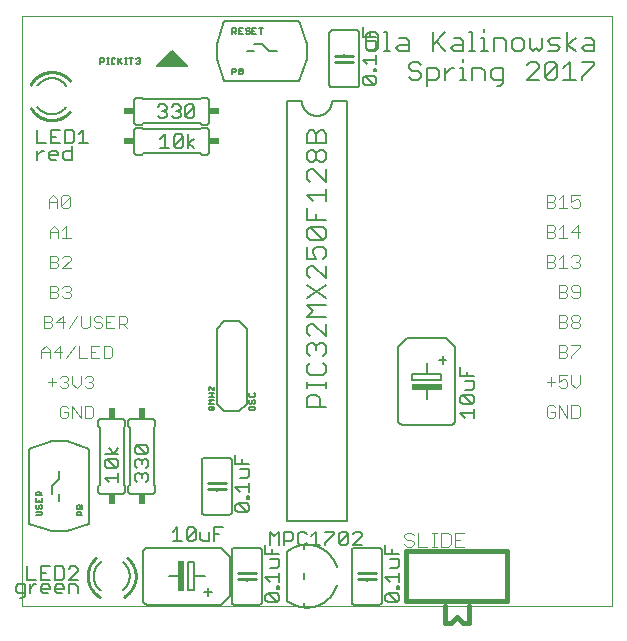
<source format=gto>
G75*
%MOIN*%
%OFA0B0*%
%FSLAX25Y25*%
%IPPOS*%
%LPD*%
%AMOC8*
5,1,8,0,0,1.08239X$1,22.5*
%
%ADD10C,0.00000*%
%ADD11C,0.00500*%
%ADD12C,0.00400*%
%ADD13C,0.00800*%
%ADD14C,0.00600*%
%ADD15C,0.01000*%
%ADD16R,0.02000X0.10000*%
%ADD17R,0.10000X0.02000*%
%ADD18R,0.03400X0.02400*%
%ADD19R,0.02400X0.03400*%
%ADD20C,0.00700*%
%ADD21C,0.01600*%
D10*
X0004919Y0007548D02*
X0004919Y0204398D01*
X0201769Y0204398D01*
X0201769Y0007548D01*
X0004919Y0007548D01*
D11*
X0005169Y0010297D02*
X0005919Y0011047D01*
X0005919Y0014801D01*
X0003667Y0014801D01*
X0002917Y0014050D01*
X0002917Y0012549D01*
X0003667Y0011798D01*
X0005919Y0011798D01*
X0007521Y0011798D02*
X0007521Y0014801D01*
X0009022Y0014801D02*
X0007521Y0013299D01*
X0009022Y0014801D02*
X0009773Y0014801D01*
X0009756Y0016298D02*
X0006753Y0016298D01*
X0006753Y0020802D01*
X0011357Y0020802D02*
X0011357Y0016298D01*
X0014360Y0016298D01*
X0015961Y0016298D02*
X0018213Y0016298D01*
X0018964Y0017049D01*
X0018964Y0020051D01*
X0018213Y0020802D01*
X0015961Y0020802D01*
X0015961Y0016298D01*
X0016712Y0014801D02*
X0015961Y0014050D01*
X0015961Y0012549D01*
X0016712Y0011798D01*
X0018213Y0011798D01*
X0018964Y0013299D02*
X0015961Y0013299D01*
X0014360Y0013299D02*
X0011357Y0013299D01*
X0011357Y0012549D02*
X0011357Y0014050D01*
X0012108Y0014801D01*
X0013609Y0014801D01*
X0014360Y0014050D01*
X0014360Y0013299D01*
X0013609Y0011798D02*
X0012108Y0011798D01*
X0011357Y0012549D01*
X0011357Y0018550D02*
X0012858Y0018550D01*
X0014360Y0020802D02*
X0011357Y0020802D01*
X0016712Y0014801D02*
X0018213Y0014801D01*
X0018964Y0014050D01*
X0018964Y0013299D01*
X0020565Y0011798D02*
X0020565Y0014801D01*
X0022817Y0014801D01*
X0023568Y0014050D01*
X0023568Y0011798D01*
X0023568Y0016298D02*
X0020565Y0016298D01*
X0023568Y0019301D01*
X0023568Y0020051D01*
X0022817Y0020802D01*
X0021316Y0020802D01*
X0020565Y0020051D01*
X0005169Y0010297D02*
X0004418Y0010297D01*
X0009767Y0037798D02*
X0011352Y0037798D01*
X0011669Y0038115D01*
X0011669Y0038749D01*
X0011352Y0039066D01*
X0009767Y0039066D01*
X0010084Y0040008D02*
X0010401Y0040008D01*
X0010718Y0040325D01*
X0010718Y0040959D01*
X0011035Y0041276D01*
X0011352Y0041276D01*
X0011669Y0040959D01*
X0011669Y0040325D01*
X0011352Y0040008D01*
X0010084Y0040008D02*
X0009767Y0040325D01*
X0009767Y0040959D01*
X0010084Y0041276D01*
X0009767Y0042218D02*
X0011669Y0042218D01*
X0011669Y0043486D01*
X0011669Y0044428D02*
X0009767Y0044428D01*
X0009767Y0045378D01*
X0010084Y0045695D01*
X0010718Y0045695D01*
X0011035Y0045378D01*
X0011035Y0044428D01*
X0011035Y0045062D02*
X0011669Y0045695D01*
X0009767Y0043486D02*
X0009767Y0042218D01*
X0010718Y0042218D02*
X0010718Y0042852D01*
X0014919Y0045048D02*
X0014919Y0047548D01*
X0017419Y0050048D01*
X0017419Y0052548D01*
X0017419Y0045048D02*
X0017419Y0042548D01*
X0023267Y0040959D02*
X0023584Y0041276D01*
X0023901Y0041276D01*
X0024218Y0040959D01*
X0024218Y0040008D01*
X0024218Y0039066D02*
X0024535Y0038749D01*
X0024535Y0037798D01*
X0025169Y0037798D02*
X0023267Y0037798D01*
X0023267Y0038749D01*
X0023584Y0039066D01*
X0024218Y0039066D01*
X0023267Y0040008D02*
X0023267Y0040959D01*
X0023267Y0040008D02*
X0025169Y0040008D01*
X0025169Y0040959D01*
X0024852Y0041276D01*
X0024535Y0041276D01*
X0024218Y0040959D01*
X0032665Y0050399D02*
X0037169Y0050399D01*
X0037169Y0048898D02*
X0037169Y0051901D01*
X0036418Y0053502D02*
X0037169Y0054253D01*
X0037169Y0055754D01*
X0036418Y0056505D01*
X0033416Y0056505D01*
X0036418Y0053502D01*
X0033416Y0053502D01*
X0032665Y0054253D01*
X0032665Y0055754D01*
X0033416Y0056505D01*
X0032665Y0058106D02*
X0037169Y0058106D01*
X0035668Y0058106D02*
X0037169Y0060358D01*
X0035668Y0058106D02*
X0034166Y0060358D01*
X0042665Y0060358D02*
X0042665Y0058857D01*
X0043416Y0058106D01*
X0046418Y0058106D01*
X0043416Y0061108D01*
X0046418Y0061108D01*
X0047169Y0060358D01*
X0047169Y0058857D01*
X0046418Y0058106D01*
X0046418Y0056505D02*
X0047169Y0055754D01*
X0047169Y0054253D01*
X0046418Y0053502D01*
X0046418Y0051901D02*
X0047169Y0051150D01*
X0047169Y0049649D01*
X0046418Y0048898D01*
X0044917Y0050399D02*
X0044917Y0051150D01*
X0045668Y0051901D01*
X0046418Y0051901D01*
X0044917Y0051150D02*
X0044166Y0051901D01*
X0043416Y0051901D01*
X0042665Y0051150D01*
X0042665Y0049649D01*
X0043416Y0048898D01*
X0043416Y0053502D02*
X0042665Y0054253D01*
X0042665Y0055754D01*
X0043416Y0056505D01*
X0044166Y0056505D01*
X0044917Y0055754D01*
X0045668Y0056505D01*
X0046418Y0056505D01*
X0044917Y0055754D02*
X0044917Y0055003D01*
X0042665Y0060358D02*
X0043416Y0061108D01*
X0032665Y0050399D02*
X0034166Y0048898D01*
X0055253Y0032301D02*
X0056755Y0033802D01*
X0056755Y0029298D01*
X0058256Y0029298D02*
X0055253Y0029298D01*
X0059857Y0030049D02*
X0059857Y0033051D01*
X0060608Y0033802D01*
X0062109Y0033802D01*
X0062860Y0033051D01*
X0059857Y0030049D01*
X0060608Y0029298D01*
X0062109Y0029298D01*
X0062860Y0030049D01*
X0062860Y0033051D01*
X0064461Y0032301D02*
X0064461Y0030049D01*
X0065212Y0029298D01*
X0067464Y0029298D01*
X0067464Y0032301D01*
X0069065Y0031550D02*
X0070566Y0031550D01*
X0069065Y0029298D02*
X0069065Y0033802D01*
X0072068Y0033802D01*
X0076916Y0038798D02*
X0076165Y0039549D01*
X0076165Y0041050D01*
X0076916Y0041801D01*
X0079918Y0038798D01*
X0080669Y0039549D01*
X0080669Y0041050D01*
X0079918Y0041801D01*
X0076916Y0041801D01*
X0076916Y0038798D02*
X0079918Y0038798D01*
X0079918Y0043402D02*
X0079918Y0044153D01*
X0080669Y0044153D01*
X0080669Y0043402D01*
X0079918Y0043402D01*
X0080669Y0045704D02*
X0080669Y0048706D01*
X0080669Y0047205D02*
X0076165Y0047205D01*
X0077666Y0045704D01*
X0077666Y0050308D02*
X0079918Y0050308D01*
X0080669Y0051058D01*
X0080669Y0053310D01*
X0077666Y0053310D01*
X0078417Y0054912D02*
X0078417Y0056413D01*
X0076165Y0054912D02*
X0076165Y0057914D01*
X0076165Y0054912D02*
X0080669Y0054912D01*
X0081084Y0072798D02*
X0082352Y0072798D01*
X0082669Y0073115D01*
X0082669Y0073749D01*
X0082352Y0074066D01*
X0081084Y0074066D01*
X0080767Y0073749D01*
X0080767Y0073115D01*
X0081084Y0072798D01*
X0081084Y0075008D02*
X0081401Y0075008D01*
X0081718Y0075325D01*
X0081718Y0075959D01*
X0082035Y0076276D01*
X0082352Y0076276D01*
X0082669Y0075959D01*
X0082669Y0075325D01*
X0082352Y0075008D01*
X0081084Y0075008D02*
X0080767Y0075325D01*
X0080767Y0075959D01*
X0081084Y0076276D01*
X0081084Y0077218D02*
X0082352Y0077218D01*
X0082669Y0077535D01*
X0082669Y0078169D01*
X0082352Y0078486D01*
X0081084Y0078486D02*
X0080767Y0078169D01*
X0080767Y0077535D01*
X0081084Y0077218D01*
X0069169Y0077218D02*
X0067267Y0077218D01*
X0067267Y0076276D02*
X0069169Y0076276D01*
X0069169Y0075008D02*
X0067267Y0075008D01*
X0067901Y0075642D01*
X0067267Y0076276D01*
X0068218Y0077218D02*
X0068218Y0078486D01*
X0067267Y0078486D02*
X0069169Y0078486D01*
X0069169Y0079428D02*
X0069169Y0080695D01*
X0069169Y0079428D02*
X0068852Y0079428D01*
X0067584Y0080695D01*
X0067267Y0080695D01*
X0067267Y0079428D01*
X0067584Y0074066D02*
X0067901Y0074066D01*
X0068218Y0073749D01*
X0068218Y0073115D01*
X0067901Y0072798D01*
X0067584Y0072798D01*
X0067267Y0073115D01*
X0067267Y0073749D01*
X0067584Y0074066D01*
X0068218Y0073749D02*
X0068535Y0074066D01*
X0068852Y0074066D01*
X0069169Y0073749D01*
X0069169Y0073115D01*
X0068852Y0072798D01*
X0068535Y0072798D01*
X0068218Y0073115D01*
X0087669Y0032302D02*
X0089170Y0030801D01*
X0090672Y0032302D01*
X0090672Y0027798D01*
X0092273Y0027798D02*
X0092273Y0032302D01*
X0094525Y0032302D01*
X0095275Y0031551D01*
X0095275Y0030050D01*
X0094525Y0029299D01*
X0092273Y0029299D01*
X0093419Y0025794D02*
X0093419Y0009302D01*
X0090669Y0009549D02*
X0090669Y0011050D01*
X0089918Y0011801D01*
X0086916Y0011801D01*
X0089918Y0008798D01*
X0090669Y0009549D01*
X0089918Y0008798D02*
X0086916Y0008798D01*
X0086165Y0009549D01*
X0086165Y0011050D01*
X0086916Y0011801D01*
X0089918Y0013402D02*
X0089918Y0014153D01*
X0090669Y0014153D01*
X0090669Y0013402D01*
X0089918Y0013402D01*
X0090669Y0015704D02*
X0090669Y0018706D01*
X0090669Y0017205D02*
X0086165Y0017205D01*
X0087666Y0015704D01*
X0087666Y0020308D02*
X0089918Y0020308D01*
X0090669Y0021058D01*
X0090669Y0023310D01*
X0087666Y0023310D01*
X0088417Y0024912D02*
X0088417Y0026413D01*
X0087669Y0027798D02*
X0087669Y0032302D01*
X0086165Y0027914D02*
X0086165Y0024912D01*
X0090669Y0024912D01*
X0096877Y0028549D02*
X0096877Y0031551D01*
X0097627Y0032302D01*
X0099129Y0032302D01*
X0099879Y0031551D01*
X0101481Y0030801D02*
X0102982Y0032302D01*
X0102982Y0027798D01*
X0101481Y0027798D02*
X0104483Y0027798D01*
X0106085Y0027798D02*
X0106085Y0028549D01*
X0109087Y0031551D01*
X0109087Y0032302D01*
X0106085Y0032302D01*
X0110689Y0031551D02*
X0110689Y0028549D01*
X0113691Y0031551D01*
X0113691Y0028549D01*
X0112941Y0027798D01*
X0111439Y0027798D01*
X0110689Y0028549D01*
X0110689Y0031551D02*
X0111439Y0032302D01*
X0112941Y0032302D01*
X0113691Y0031551D01*
X0115293Y0031551D02*
X0116043Y0032302D01*
X0117544Y0032302D01*
X0118295Y0031551D01*
X0118295Y0030801D01*
X0115293Y0027798D01*
X0118295Y0027798D01*
X0126165Y0027914D02*
X0126165Y0024912D01*
X0130669Y0024912D01*
X0130669Y0023310D02*
X0127666Y0023310D01*
X0128417Y0024912D02*
X0128417Y0026413D01*
X0130669Y0023310D02*
X0130669Y0021058D01*
X0129918Y0020308D01*
X0127666Y0020308D01*
X0126165Y0017205D02*
X0130669Y0017205D01*
X0130669Y0015704D02*
X0130669Y0018706D01*
X0127666Y0015704D02*
X0126165Y0017205D01*
X0129918Y0014153D02*
X0130669Y0014153D01*
X0130669Y0013402D01*
X0129918Y0013402D01*
X0129918Y0014153D01*
X0129918Y0011801D02*
X0126916Y0011801D01*
X0129918Y0008798D01*
X0130669Y0009549D01*
X0130669Y0011050D01*
X0129918Y0011801D01*
X0126916Y0011801D02*
X0126165Y0011050D01*
X0126165Y0009549D01*
X0126916Y0008798D01*
X0129918Y0008798D01*
X0109952Y0020644D02*
X0109874Y0020888D01*
X0109789Y0021130D01*
X0109699Y0021369D01*
X0109603Y0021607D01*
X0109501Y0021842D01*
X0109393Y0022075D01*
X0109280Y0022305D01*
X0109161Y0022532D01*
X0109037Y0022756D01*
X0108907Y0022977D01*
X0108772Y0023194D01*
X0108631Y0023409D01*
X0108485Y0023620D01*
X0108335Y0023827D01*
X0108179Y0024030D01*
X0108018Y0024230D01*
X0107853Y0024426D01*
X0107683Y0024617D01*
X0107508Y0024805D01*
X0107328Y0024988D01*
X0107145Y0025166D01*
X0106956Y0025341D01*
X0106764Y0025510D01*
X0106568Y0025675D01*
X0106367Y0025835D01*
X0106163Y0025989D01*
X0105955Y0026139D01*
X0105744Y0026284D01*
X0105529Y0026424D01*
X0105311Y0026558D01*
X0105089Y0026687D01*
X0104865Y0026810D01*
X0104637Y0026928D01*
X0104407Y0027041D01*
X0104174Y0027147D01*
X0103938Y0027248D01*
X0103700Y0027344D01*
X0103460Y0027433D01*
X0103218Y0027516D01*
X0102973Y0027594D01*
X0102727Y0027665D01*
X0102479Y0027731D01*
X0102230Y0027790D01*
X0101980Y0027844D01*
X0101728Y0027891D01*
X0101475Y0027932D01*
X0101221Y0027967D01*
X0100966Y0027996D01*
X0100711Y0028018D01*
X0100455Y0028034D01*
X0100199Y0028044D01*
X0099943Y0028048D01*
X0099686Y0028045D01*
X0099430Y0028037D01*
X0099174Y0028022D01*
X0098919Y0028000D01*
X0098919Y0026421D01*
X0099129Y0027798D02*
X0097627Y0027798D01*
X0096877Y0028549D01*
X0099129Y0027798D02*
X0099879Y0028549D01*
X0098919Y0018675D02*
X0098919Y0016421D01*
X0093419Y0025794D02*
X0093618Y0025947D01*
X0093820Y0026095D01*
X0094025Y0026238D01*
X0094234Y0026376D01*
X0094446Y0026509D01*
X0094661Y0026637D01*
X0094879Y0026759D01*
X0095100Y0026877D01*
X0095324Y0026989D01*
X0095550Y0027096D01*
X0095779Y0027197D01*
X0096010Y0027293D01*
X0096244Y0027384D01*
X0096479Y0027469D01*
X0096717Y0027548D01*
X0096956Y0027621D01*
X0097197Y0027689D01*
X0097439Y0027751D01*
X0097683Y0027807D01*
X0097929Y0027858D01*
X0098175Y0027902D01*
X0098422Y0027941D01*
X0098670Y0027973D01*
X0098919Y0028000D01*
X0109952Y0014452D02*
X0109874Y0014210D01*
X0109790Y0013970D01*
X0109701Y0013732D01*
X0109605Y0013496D01*
X0109504Y0013262D01*
X0109398Y0013031D01*
X0109285Y0012803D01*
X0109168Y0012577D01*
X0109045Y0012354D01*
X0108916Y0012135D01*
X0108782Y0011918D01*
X0108643Y0011705D01*
X0108499Y0011495D01*
X0108350Y0011289D01*
X0108196Y0011087D01*
X0108037Y0010888D01*
X0107873Y0010693D01*
X0107704Y0010502D01*
X0107531Y0010316D01*
X0107354Y0010133D01*
X0107172Y0009955D01*
X0106986Y0009782D01*
X0106795Y0009613D01*
X0106601Y0009449D01*
X0106403Y0009289D01*
X0106201Y0009134D01*
X0105995Y0008985D01*
X0105786Y0008840D01*
X0105573Y0008700D01*
X0105357Y0008566D01*
X0105137Y0008437D01*
X0104915Y0008313D01*
X0104690Y0008194D01*
X0104462Y0008082D01*
X0104231Y0007974D01*
X0103998Y0007873D01*
X0103762Y0007777D01*
X0103524Y0007686D01*
X0103284Y0007602D01*
X0103042Y0007523D01*
X0102798Y0007450D01*
X0102552Y0007384D01*
X0102305Y0007323D01*
X0102057Y0007268D01*
X0101807Y0007219D01*
X0101556Y0007176D01*
X0101304Y0007140D01*
X0101052Y0007109D01*
X0100798Y0007085D01*
X0100545Y0007067D01*
X0100290Y0007055D01*
X0100036Y0007049D01*
X0099781Y0007049D01*
X0099527Y0007055D01*
X0099273Y0007068D01*
X0099019Y0007087D01*
X0098766Y0007112D01*
X0098513Y0007143D01*
X0098261Y0007180D01*
X0098011Y0007223D01*
X0097761Y0007272D01*
X0097512Y0007327D01*
X0097265Y0007389D01*
X0097020Y0007456D01*
X0096776Y0007529D01*
X0096534Y0007608D01*
X0096295Y0007693D01*
X0096057Y0007784D01*
X0095821Y0007881D01*
X0095588Y0007983D01*
X0095358Y0008091D01*
X0095130Y0008204D01*
X0094905Y0008323D01*
X0094683Y0008447D01*
X0094464Y0008576D01*
X0094248Y0008711D01*
X0094035Y0008851D01*
X0093826Y0008997D01*
X0093621Y0009147D01*
X0093419Y0009302D01*
X0098919Y0008675D02*
X0098919Y0007096D01*
X0152666Y0070382D02*
X0151165Y0071884D01*
X0155669Y0071884D01*
X0155669Y0073385D02*
X0155669Y0070382D01*
X0154918Y0074986D02*
X0151916Y0074986D01*
X0151165Y0075737D01*
X0151165Y0077238D01*
X0151916Y0077989D01*
X0154918Y0074986D01*
X0155669Y0075737D01*
X0155669Y0077238D01*
X0154918Y0077989D01*
X0151916Y0077989D01*
X0152666Y0079590D02*
X0154918Y0079590D01*
X0155669Y0080341D01*
X0155669Y0082593D01*
X0152666Y0082593D01*
X0153417Y0084194D02*
X0153417Y0085695D01*
X0151165Y0084194D02*
X0151165Y0087197D01*
X0151165Y0084194D02*
X0155669Y0084194D01*
X0062484Y0160298D02*
X0060232Y0161799D01*
X0062484Y0163301D01*
X0060232Y0164802D02*
X0060232Y0160298D01*
X0058631Y0161049D02*
X0057880Y0160298D01*
X0056379Y0160298D01*
X0055628Y0161049D01*
X0058631Y0164051D01*
X0058631Y0161049D01*
X0058631Y0164051D02*
X0057880Y0164802D01*
X0056379Y0164802D01*
X0055628Y0164051D01*
X0055628Y0161049D01*
X0054027Y0160298D02*
X0051025Y0160298D01*
X0052526Y0160298D02*
X0052526Y0164802D01*
X0051025Y0163301D01*
X0051008Y0170298D02*
X0050257Y0171049D01*
X0051008Y0170298D02*
X0052509Y0170298D01*
X0053260Y0171049D01*
X0053260Y0171799D01*
X0052509Y0172550D01*
X0051758Y0172550D01*
X0052509Y0172550D02*
X0053260Y0173301D01*
X0053260Y0174051D01*
X0052509Y0174802D01*
X0051008Y0174802D01*
X0050257Y0174051D01*
X0054861Y0174051D02*
X0055612Y0174802D01*
X0057113Y0174802D01*
X0057864Y0174051D01*
X0057864Y0173301D01*
X0057113Y0172550D01*
X0057864Y0171799D01*
X0057864Y0171049D01*
X0057113Y0170298D01*
X0055612Y0170298D01*
X0054861Y0171049D01*
X0056362Y0172550D02*
X0057113Y0172550D01*
X0059465Y0171049D02*
X0059465Y0174051D01*
X0060216Y0174802D01*
X0061717Y0174802D01*
X0062468Y0174051D01*
X0059465Y0171049D01*
X0060216Y0170298D01*
X0061717Y0170298D01*
X0062468Y0171049D01*
X0062468Y0174051D01*
X0059919Y0187548D02*
X0049919Y0187548D01*
X0054919Y0192548D01*
X0059919Y0187548D01*
X0059458Y0188009D02*
X0050380Y0188009D01*
X0050879Y0188508D02*
X0058959Y0188508D01*
X0058461Y0189006D02*
X0051377Y0189006D01*
X0051876Y0189505D02*
X0057962Y0189505D01*
X0057464Y0190003D02*
X0052374Y0190003D01*
X0052873Y0190502D02*
X0056965Y0190502D01*
X0056467Y0191000D02*
X0053371Y0191000D01*
X0053870Y0191499D02*
X0055968Y0191499D01*
X0055470Y0191997D02*
X0054368Y0191997D01*
X0054867Y0192496D02*
X0054971Y0192496D01*
X0044227Y0189983D02*
X0044227Y0189666D01*
X0043910Y0189349D01*
X0044227Y0189032D01*
X0044227Y0188715D01*
X0043910Y0188398D01*
X0043276Y0188398D01*
X0042959Y0188715D01*
X0043593Y0189349D02*
X0043910Y0189349D01*
X0044227Y0189983D02*
X0043910Y0190300D01*
X0043276Y0190300D01*
X0042959Y0189983D01*
X0042017Y0190300D02*
X0040749Y0190300D01*
X0041383Y0190300D02*
X0041383Y0188398D01*
X0039910Y0188398D02*
X0039276Y0188398D01*
X0039593Y0188398D02*
X0039593Y0190300D01*
X0039276Y0190300D02*
X0039910Y0190300D01*
X0038334Y0190300D02*
X0037066Y0189032D01*
X0037383Y0189349D02*
X0038334Y0188398D01*
X0037066Y0188398D02*
X0037066Y0190300D01*
X0036124Y0189983D02*
X0035807Y0190300D01*
X0035173Y0190300D01*
X0034856Y0189983D01*
X0034856Y0188715D01*
X0035173Y0188398D01*
X0035807Y0188398D01*
X0036124Y0188715D01*
X0034017Y0188398D02*
X0033383Y0188398D01*
X0033700Y0188398D02*
X0033700Y0190300D01*
X0033383Y0190300D02*
X0034017Y0190300D01*
X0032441Y0189983D02*
X0032441Y0189349D01*
X0032124Y0189032D01*
X0031173Y0189032D01*
X0031173Y0188398D02*
X0031173Y0190300D01*
X0032124Y0190300D01*
X0032441Y0189983D01*
X0025482Y0166302D02*
X0025482Y0161798D01*
X0023981Y0161798D02*
X0026983Y0161798D01*
X0023981Y0164801D02*
X0025482Y0166302D01*
X0022379Y0165551D02*
X0022379Y0162549D01*
X0021629Y0161798D01*
X0019377Y0161798D01*
X0019377Y0166302D01*
X0021629Y0166302D01*
X0022379Y0165551D01*
X0017775Y0166302D02*
X0014773Y0166302D01*
X0014773Y0161798D01*
X0017775Y0161798D01*
X0016274Y0164050D02*
X0014773Y0164050D01*
X0013172Y0161798D02*
X0010169Y0161798D01*
X0010169Y0166302D01*
X0010169Y0159301D02*
X0010169Y0156298D01*
X0010169Y0157799D02*
X0011670Y0159301D01*
X0012421Y0159301D01*
X0014006Y0158550D02*
X0014756Y0159301D01*
X0016258Y0159301D01*
X0017008Y0158550D01*
X0017008Y0157799D01*
X0014006Y0157799D01*
X0014006Y0157049D02*
X0014006Y0158550D01*
X0014006Y0157049D02*
X0014756Y0156298D01*
X0016258Y0156298D01*
X0018610Y0157049D02*
X0019360Y0156298D01*
X0021612Y0156298D01*
X0021612Y0160802D01*
X0021612Y0159301D02*
X0019360Y0159301D01*
X0018610Y0158550D01*
X0018610Y0157049D01*
X0075169Y0184798D02*
X0075169Y0186700D01*
X0076120Y0186700D01*
X0076437Y0186383D01*
X0076437Y0185749D01*
X0076120Y0185432D01*
X0075169Y0185432D01*
X0077379Y0185749D02*
X0078330Y0185749D01*
X0078647Y0185432D01*
X0078647Y0185115D01*
X0078330Y0184798D01*
X0077379Y0184798D01*
X0077379Y0186700D01*
X0078330Y0186700D01*
X0078647Y0186383D01*
X0078647Y0186066D01*
X0078330Y0185749D01*
X0079919Y0192548D02*
X0082419Y0192548D01*
X0082419Y0195048D02*
X0084919Y0195048D01*
X0087419Y0192548D01*
X0089919Y0192548D01*
X0084642Y0198298D02*
X0084642Y0200200D01*
X0084009Y0200200D02*
X0085276Y0200200D01*
X0083066Y0200200D02*
X0081799Y0200200D01*
X0081799Y0198298D01*
X0083066Y0198298D01*
X0082433Y0199249D02*
X0081799Y0199249D01*
X0080857Y0198932D02*
X0080857Y0198615D01*
X0080540Y0198298D01*
X0079906Y0198298D01*
X0079589Y0198615D01*
X0079906Y0199249D02*
X0080540Y0199249D01*
X0080857Y0198932D01*
X0080857Y0199883D02*
X0080540Y0200200D01*
X0079906Y0200200D01*
X0079589Y0199883D01*
X0079589Y0199566D01*
X0079906Y0199249D01*
X0078647Y0200200D02*
X0077379Y0200200D01*
X0077379Y0198298D01*
X0078647Y0198298D01*
X0078013Y0199249D02*
X0077379Y0199249D01*
X0076437Y0199249D02*
X0076120Y0198932D01*
X0075169Y0198932D01*
X0075803Y0198932D02*
X0076437Y0198298D01*
X0076437Y0199249D02*
X0076437Y0199883D01*
X0076120Y0200200D01*
X0075169Y0200200D01*
X0075169Y0198298D01*
X0118665Y0197412D02*
X0118665Y0200414D01*
X0120696Y0198803D02*
X0119678Y0197786D01*
X0119678Y0193716D01*
X0120696Y0192698D01*
X0122731Y0192698D01*
X0123748Y0193716D01*
X0123748Y0197786D01*
X0122731Y0198803D01*
X0120696Y0198803D01*
X0120917Y0198913D02*
X0120917Y0197412D01*
X0120166Y0195810D02*
X0123169Y0195810D01*
X0123169Y0193558D01*
X0122418Y0192808D01*
X0120166Y0192808D01*
X0123169Y0191206D02*
X0123169Y0188204D01*
X0123169Y0189705D02*
X0118665Y0189705D01*
X0120166Y0188204D01*
X0122418Y0186653D02*
X0123169Y0186653D01*
X0123169Y0185902D01*
X0122418Y0185902D01*
X0122418Y0186653D01*
X0122418Y0184301D02*
X0123169Y0183550D01*
X0123169Y0182049D01*
X0122418Y0181298D01*
X0119416Y0184301D01*
X0122418Y0184301D01*
X0119416Y0184301D02*
X0118665Y0183550D01*
X0118665Y0182049D01*
X0119416Y0181298D01*
X0122418Y0181298D01*
X0133858Y0183816D02*
X0134876Y0182798D01*
X0136911Y0182798D01*
X0137929Y0183816D01*
X0137929Y0184833D01*
X0136911Y0185851D01*
X0134876Y0185851D01*
X0133858Y0186868D01*
X0133858Y0187886D01*
X0134876Y0188903D01*
X0136911Y0188903D01*
X0137929Y0187886D01*
X0139936Y0186868D02*
X0142988Y0186868D01*
X0144006Y0185851D01*
X0144006Y0183816D01*
X0142988Y0182798D01*
X0139936Y0182798D01*
X0139936Y0180763D02*
X0139936Y0186868D01*
X0146013Y0186868D02*
X0146013Y0182798D01*
X0146013Y0184833D02*
X0148048Y0186868D01*
X0149065Y0186868D01*
X0151077Y0186868D02*
X0152095Y0186868D01*
X0152095Y0182798D01*
X0153112Y0182798D02*
X0151077Y0182798D01*
X0155129Y0182798D02*
X0155129Y0186868D01*
X0158181Y0186868D01*
X0159199Y0185851D01*
X0159199Y0182798D01*
X0161206Y0183816D02*
X0162223Y0182798D01*
X0165276Y0182798D01*
X0165276Y0181780D02*
X0165276Y0186868D01*
X0162223Y0186868D01*
X0161206Y0185851D01*
X0161206Y0183816D01*
X0163241Y0180763D02*
X0164258Y0180763D01*
X0165276Y0181780D01*
X0173360Y0182798D02*
X0177430Y0186868D01*
X0177430Y0187886D01*
X0176413Y0188903D01*
X0174378Y0188903D01*
X0173360Y0187886D01*
X0171348Y0192698D02*
X0169313Y0192698D01*
X0168296Y0193716D01*
X0168296Y0195751D01*
X0169313Y0196768D01*
X0171348Y0196768D01*
X0172366Y0195751D01*
X0172366Y0193716D01*
X0171348Y0192698D01*
X0174373Y0193716D02*
X0175391Y0192698D01*
X0176408Y0193716D01*
X0177426Y0192698D01*
X0178443Y0193716D01*
X0178443Y0196768D01*
X0180450Y0195751D02*
X0181468Y0196768D01*
X0184520Y0196768D01*
X0183503Y0194733D02*
X0181468Y0194733D01*
X0180450Y0195751D01*
X0180450Y0192698D02*
X0183503Y0192698D01*
X0184520Y0193716D01*
X0183503Y0194733D01*
X0186527Y0194733D02*
X0189580Y0196768D01*
X0192609Y0196768D02*
X0194644Y0196768D01*
X0195662Y0195751D01*
X0195662Y0192698D01*
X0192609Y0192698D01*
X0191592Y0193716D01*
X0192609Y0194733D01*
X0195662Y0194733D01*
X0195662Y0188903D02*
X0191592Y0188903D01*
X0187550Y0188903D02*
X0187550Y0182798D01*
X0185515Y0182798D02*
X0189585Y0182798D01*
X0191592Y0182798D02*
X0191592Y0183816D01*
X0195662Y0187886D01*
X0195662Y0188903D01*
X0189580Y0192698D02*
X0186527Y0194733D01*
X0186527Y0192698D02*
X0186527Y0198803D01*
X0187550Y0188903D02*
X0185515Y0186868D01*
X0183508Y0187886D02*
X0183508Y0183816D01*
X0182490Y0182798D01*
X0180455Y0182798D01*
X0179437Y0183816D01*
X0183508Y0187886D01*
X0182490Y0188903D01*
X0180455Y0188903D01*
X0179437Y0187886D01*
X0179437Y0183816D01*
X0177430Y0182798D02*
X0173360Y0182798D01*
X0174373Y0193716D02*
X0174373Y0196768D01*
X0166289Y0195751D02*
X0166289Y0192698D01*
X0166289Y0195751D02*
X0165271Y0196768D01*
X0162219Y0196768D01*
X0162219Y0192698D01*
X0160202Y0192698D02*
X0158167Y0192698D01*
X0159185Y0192698D02*
X0159185Y0196768D01*
X0158167Y0196768D01*
X0159185Y0198803D02*
X0159185Y0199821D01*
X0155133Y0198803D02*
X0155133Y0192698D01*
X0154116Y0192698D02*
X0156151Y0192698D01*
X0152109Y0192698D02*
X0149056Y0192698D01*
X0148039Y0193716D01*
X0149056Y0194733D01*
X0152109Y0194733D01*
X0152109Y0195751D02*
X0152109Y0192698D01*
X0152095Y0189921D02*
X0152095Y0188903D01*
X0152109Y0195751D02*
X0151091Y0196768D01*
X0149056Y0196768D01*
X0146032Y0198803D02*
X0141961Y0194733D01*
X0142979Y0195751D02*
X0146032Y0192698D01*
X0141961Y0192698D02*
X0141961Y0198803D01*
X0133877Y0195751D02*
X0133877Y0192698D01*
X0130825Y0192698D01*
X0129807Y0193716D01*
X0130825Y0194733D01*
X0133877Y0194733D01*
X0133877Y0195751D02*
X0132860Y0196768D01*
X0130825Y0196768D01*
X0126773Y0198803D02*
X0126773Y0192698D01*
X0125756Y0192698D02*
X0127791Y0192698D01*
X0123169Y0197412D02*
X0118665Y0197412D01*
X0125756Y0198803D02*
X0126773Y0198803D01*
X0154116Y0198803D02*
X0155133Y0198803D01*
D12*
X0179873Y0144460D02*
X0181925Y0144460D01*
X0182609Y0143776D01*
X0182609Y0143092D01*
X0181925Y0142408D01*
X0179873Y0142408D01*
X0179873Y0140356D02*
X0181925Y0140356D01*
X0182609Y0141040D01*
X0182609Y0141724D01*
X0181925Y0142408D01*
X0184017Y0143092D02*
X0185385Y0144460D01*
X0185385Y0140356D01*
X0184017Y0140356D02*
X0186753Y0140356D01*
X0188161Y0141040D02*
X0188844Y0140356D01*
X0190212Y0140356D01*
X0190896Y0141040D01*
X0190896Y0142408D01*
X0190212Y0143092D01*
X0189528Y0143092D01*
X0188161Y0142408D01*
X0188161Y0144460D01*
X0190896Y0144460D01*
X0190212Y0134460D02*
X0188161Y0132408D01*
X0190896Y0132408D01*
X0190212Y0130356D02*
X0190212Y0134460D01*
X0185385Y0134460D02*
X0185385Y0130356D01*
X0184017Y0130356D02*
X0186753Y0130356D01*
X0184017Y0133092D02*
X0185385Y0134460D01*
X0182609Y0133776D02*
X0182609Y0133092D01*
X0181925Y0132408D01*
X0179873Y0132408D01*
X0179873Y0130356D02*
X0181925Y0130356D01*
X0182609Y0131040D01*
X0182609Y0131724D01*
X0181925Y0132408D01*
X0182609Y0133776D02*
X0181925Y0134460D01*
X0179873Y0134460D01*
X0179873Y0130356D01*
X0179873Y0124460D02*
X0181925Y0124460D01*
X0182609Y0123776D01*
X0182609Y0123092D01*
X0181925Y0122408D01*
X0179873Y0122408D01*
X0179873Y0120356D02*
X0181925Y0120356D01*
X0182609Y0121040D01*
X0182609Y0121724D01*
X0181925Y0122408D01*
X0184017Y0123092D02*
X0185385Y0124460D01*
X0185385Y0120356D01*
X0184017Y0120356D02*
X0186753Y0120356D01*
X0188161Y0121040D02*
X0188844Y0120356D01*
X0190212Y0120356D01*
X0190896Y0121040D01*
X0190896Y0121724D01*
X0190212Y0122408D01*
X0189528Y0122408D01*
X0190212Y0122408D02*
X0190896Y0123092D01*
X0190896Y0123776D01*
X0190212Y0124460D01*
X0188844Y0124460D01*
X0188161Y0123776D01*
X0179873Y0124460D02*
X0179873Y0120356D01*
X0184017Y0114460D02*
X0186069Y0114460D01*
X0186753Y0113776D01*
X0186753Y0113092D01*
X0186069Y0112408D01*
X0184017Y0112408D01*
X0184017Y0110356D02*
X0186069Y0110356D01*
X0186753Y0111040D01*
X0186753Y0111724D01*
X0186069Y0112408D01*
X0188161Y0113092D02*
X0188161Y0113776D01*
X0188844Y0114460D01*
X0190212Y0114460D01*
X0190896Y0113776D01*
X0190896Y0111040D01*
X0190212Y0110356D01*
X0188844Y0110356D01*
X0188161Y0111040D01*
X0188844Y0112408D02*
X0190896Y0112408D01*
X0188844Y0112408D02*
X0188161Y0113092D01*
X0184017Y0114460D02*
X0184017Y0110356D01*
X0184017Y0104460D02*
X0186069Y0104460D01*
X0186753Y0103776D01*
X0186753Y0103092D01*
X0186069Y0102408D01*
X0184017Y0102408D01*
X0184017Y0100356D02*
X0186069Y0100356D01*
X0186753Y0101040D01*
X0186753Y0101724D01*
X0186069Y0102408D01*
X0188161Y0101724D02*
X0188844Y0102408D01*
X0190212Y0102408D01*
X0190896Y0101724D01*
X0190896Y0101040D01*
X0190212Y0100356D01*
X0188844Y0100356D01*
X0188161Y0101040D01*
X0188161Y0101724D01*
X0188844Y0102408D02*
X0188161Y0103092D01*
X0188161Y0103776D01*
X0188844Y0104460D01*
X0190212Y0104460D01*
X0190896Y0103776D01*
X0190896Y0103092D01*
X0190212Y0102408D01*
X0184017Y0100356D02*
X0184017Y0104460D01*
X0184017Y0094460D02*
X0186069Y0094460D01*
X0186753Y0093776D01*
X0186753Y0093092D01*
X0186069Y0092408D01*
X0184017Y0092408D01*
X0184017Y0090356D02*
X0186069Y0090356D01*
X0186753Y0091040D01*
X0186753Y0091724D01*
X0186069Y0092408D01*
X0188161Y0091040D02*
X0188161Y0090356D01*
X0188161Y0091040D02*
X0190896Y0093776D01*
X0190896Y0094460D01*
X0188161Y0094460D01*
X0184017Y0094460D02*
X0184017Y0090356D01*
X0184017Y0084460D02*
X0184017Y0082408D01*
X0185385Y0083092D01*
X0186069Y0083092D01*
X0186753Y0082408D01*
X0186753Y0081040D01*
X0186069Y0080356D01*
X0184701Y0080356D01*
X0184017Y0081040D01*
X0182609Y0082408D02*
X0179873Y0082408D01*
X0181241Y0083776D02*
X0181241Y0081040D01*
X0184017Y0084460D02*
X0186753Y0084460D01*
X0188161Y0084460D02*
X0188161Y0081724D01*
X0189528Y0080356D01*
X0190896Y0081724D01*
X0190896Y0084460D01*
X0190212Y0074460D02*
X0188161Y0074460D01*
X0188161Y0070356D01*
X0190212Y0070356D01*
X0190896Y0071040D01*
X0190896Y0073776D01*
X0190212Y0074460D01*
X0186753Y0074460D02*
X0186753Y0070356D01*
X0184017Y0074460D01*
X0184017Y0070356D01*
X0182609Y0071040D02*
X0182609Y0072408D01*
X0181241Y0072408D01*
X0179873Y0071040D02*
X0180557Y0070356D01*
X0181925Y0070356D01*
X0182609Y0071040D01*
X0179873Y0071040D02*
X0179873Y0073776D01*
X0180557Y0074460D01*
X0181925Y0074460D01*
X0182609Y0073776D01*
X0152462Y0031978D02*
X0149393Y0031978D01*
X0149393Y0027374D01*
X0152462Y0027374D01*
X0150928Y0029676D02*
X0149393Y0029676D01*
X0147858Y0028141D02*
X0147858Y0031211D01*
X0147091Y0031978D01*
X0144789Y0031978D01*
X0144789Y0027374D01*
X0147091Y0027374D01*
X0147858Y0028141D01*
X0143254Y0027374D02*
X0141720Y0027374D01*
X0142487Y0027374D02*
X0142487Y0031978D01*
X0141720Y0031978D02*
X0143254Y0031978D01*
X0140185Y0027374D02*
X0137116Y0027374D01*
X0137116Y0031978D01*
X0135581Y0031211D02*
X0134814Y0031978D01*
X0133279Y0031978D01*
X0132512Y0031211D01*
X0132512Y0030443D01*
X0133279Y0029676D01*
X0134814Y0029676D01*
X0135581Y0028909D01*
X0135581Y0028141D01*
X0134814Y0027374D01*
X0133279Y0027374D01*
X0132512Y0028141D01*
X0039961Y0100248D02*
X0038593Y0101616D01*
X0039277Y0101616D02*
X0037225Y0101616D01*
X0037225Y0100248D02*
X0037225Y0104352D01*
X0039277Y0104352D01*
X0039961Y0103668D01*
X0039961Y0102300D01*
X0039277Y0101616D01*
X0035818Y0100248D02*
X0033082Y0100248D01*
X0033082Y0104352D01*
X0035818Y0104352D01*
X0034450Y0102300D02*
X0033082Y0102300D01*
X0031674Y0101616D02*
X0031674Y0100932D01*
X0030990Y0100248D01*
X0029622Y0100248D01*
X0028938Y0100932D01*
X0027531Y0100932D02*
X0027531Y0104352D01*
X0028938Y0103668D02*
X0028938Y0102984D01*
X0029622Y0102300D01*
X0030990Y0102300D01*
X0031674Y0101616D01*
X0031674Y0103668D02*
X0030990Y0104352D01*
X0029622Y0104352D01*
X0028938Y0103668D01*
X0027531Y0100932D02*
X0026847Y0100248D01*
X0025479Y0100248D01*
X0024795Y0100932D01*
X0024795Y0104352D01*
X0023387Y0104352D02*
X0020651Y0100248D01*
X0018560Y0100248D02*
X0018560Y0104352D01*
X0016508Y0102300D01*
X0019243Y0102300D01*
X0015100Y0102984D02*
X0014416Y0102300D01*
X0012364Y0102300D01*
X0012364Y0100248D02*
X0012364Y0104352D01*
X0014416Y0104352D01*
X0015100Y0103668D01*
X0015100Y0102984D01*
X0014416Y0102300D02*
X0015100Y0101616D01*
X0015100Y0100932D01*
X0014416Y0100248D01*
X0012364Y0100248D01*
X0012876Y0094352D02*
X0011508Y0092984D01*
X0011508Y0090248D01*
X0011508Y0092300D02*
X0014243Y0092300D01*
X0014243Y0092984D02*
X0014243Y0090248D01*
X0015651Y0092300D02*
X0018387Y0092300D01*
X0017703Y0090248D02*
X0017703Y0094352D01*
X0015651Y0092300D01*
X0014243Y0092984D02*
X0012876Y0094352D01*
X0019795Y0090248D02*
X0022531Y0094352D01*
X0023938Y0094352D02*
X0023938Y0090248D01*
X0026674Y0090248D01*
X0028082Y0090248D02*
X0030818Y0090248D01*
X0032225Y0090248D02*
X0034277Y0090248D01*
X0034961Y0090932D01*
X0034961Y0093668D01*
X0034277Y0094352D01*
X0032225Y0094352D01*
X0032225Y0090248D01*
X0029450Y0092300D02*
X0028082Y0092300D01*
X0028082Y0094352D02*
X0028082Y0090248D01*
X0028082Y0094352D02*
X0030818Y0094352D01*
X0028027Y0084352D02*
X0028711Y0083668D01*
X0028711Y0082984D01*
X0028027Y0082300D01*
X0028711Y0081616D01*
X0028711Y0080932D01*
X0028027Y0080248D01*
X0026659Y0080248D01*
X0025975Y0080932D01*
X0024568Y0081616D02*
X0024568Y0084352D01*
X0025975Y0083668D02*
X0026659Y0084352D01*
X0028027Y0084352D01*
X0028027Y0082300D02*
X0027343Y0082300D01*
X0024568Y0081616D02*
X0023200Y0080248D01*
X0021832Y0081616D01*
X0021832Y0084352D01*
X0020424Y0083668D02*
X0020424Y0082984D01*
X0019740Y0082300D01*
X0020424Y0081616D01*
X0020424Y0080932D01*
X0019740Y0080248D01*
X0018372Y0080248D01*
X0017688Y0080932D01*
X0019056Y0082300D02*
X0019740Y0082300D01*
X0020424Y0083668D02*
X0019740Y0084352D01*
X0018372Y0084352D01*
X0017688Y0083668D01*
X0016281Y0082300D02*
X0013545Y0082300D01*
X0014913Y0083668D02*
X0014913Y0080932D01*
X0018372Y0074352D02*
X0017688Y0073668D01*
X0017688Y0070932D01*
X0018372Y0070248D01*
X0019740Y0070248D01*
X0020424Y0070932D01*
X0020424Y0072300D01*
X0019056Y0072300D01*
X0020424Y0073668D02*
X0019740Y0074352D01*
X0018372Y0074352D01*
X0021832Y0074352D02*
X0024568Y0070248D01*
X0024568Y0074352D01*
X0025975Y0074352D02*
X0028027Y0074352D01*
X0028711Y0073668D01*
X0028711Y0070932D01*
X0028027Y0070248D01*
X0025975Y0070248D01*
X0025975Y0074352D01*
X0021832Y0074352D02*
X0021832Y0070248D01*
X0020527Y0110248D02*
X0019159Y0110248D01*
X0018475Y0110932D01*
X0017068Y0110932D02*
X0017068Y0111616D01*
X0016384Y0112300D01*
X0014332Y0112300D01*
X0014332Y0110248D02*
X0014332Y0114352D01*
X0016384Y0114352D01*
X0017068Y0113668D01*
X0017068Y0112984D01*
X0016384Y0112300D01*
X0017068Y0110932D02*
X0016384Y0110248D01*
X0014332Y0110248D01*
X0018475Y0113668D02*
X0019159Y0114352D01*
X0020527Y0114352D01*
X0021211Y0113668D01*
X0021211Y0112984D01*
X0020527Y0112300D01*
X0021211Y0111616D01*
X0021211Y0110932D01*
X0020527Y0110248D01*
X0020527Y0112300D02*
X0019843Y0112300D01*
X0018475Y0120248D02*
X0021211Y0122984D01*
X0021211Y0123668D01*
X0020527Y0124352D01*
X0019159Y0124352D01*
X0018475Y0123668D01*
X0017068Y0123668D02*
X0016384Y0124352D01*
X0014332Y0124352D01*
X0014332Y0120248D01*
X0016384Y0120248D01*
X0017068Y0120932D01*
X0017068Y0121616D01*
X0016384Y0122300D01*
X0014332Y0122300D01*
X0016384Y0122300D02*
X0017068Y0122984D01*
X0017068Y0123668D01*
X0018475Y0120248D02*
X0021211Y0120248D01*
X0021211Y0130248D02*
X0018475Y0130248D01*
X0019843Y0130248D02*
X0019843Y0134352D01*
X0018475Y0132984D01*
X0017068Y0132984D02*
X0017068Y0130248D01*
X0017068Y0132300D02*
X0014332Y0132300D01*
X0014332Y0132984D02*
X0015700Y0134352D01*
X0017068Y0132984D01*
X0014332Y0132984D02*
X0014332Y0130248D01*
X0014017Y0140356D02*
X0014017Y0143092D01*
X0015385Y0144460D01*
X0016753Y0143092D01*
X0016753Y0140356D01*
X0018161Y0141040D02*
X0020896Y0143776D01*
X0020896Y0141040D01*
X0020212Y0140356D01*
X0018844Y0140356D01*
X0018161Y0141040D01*
X0018161Y0143776D01*
X0018844Y0144460D01*
X0020212Y0144460D01*
X0020896Y0143776D01*
X0016753Y0142408D02*
X0014017Y0142408D01*
X0179873Y0140356D02*
X0179873Y0144460D01*
D13*
X0097419Y0182548D02*
X0099919Y0190048D01*
X0099919Y0195048D01*
X0097419Y0202548D01*
X0072419Y0202548D01*
X0069919Y0195048D01*
X0069919Y0190048D01*
X0072419Y0182548D01*
X0097419Y0182548D01*
X0077419Y0102548D02*
X0072419Y0102548D01*
X0069919Y0100048D01*
X0069919Y0075048D01*
X0072419Y0072548D01*
X0077419Y0072548D01*
X0079919Y0075048D01*
X0079919Y0100048D01*
X0077419Y0102548D01*
X0027419Y0060048D02*
X0027419Y0035048D01*
X0019919Y0032548D01*
X0014919Y0032548D01*
X0007419Y0035048D01*
X0007419Y0060048D01*
X0014919Y0062548D01*
X0019919Y0062548D01*
X0027419Y0060048D01*
D14*
X0030919Y0067048D02*
X0030419Y0067548D01*
X0030419Y0069048D01*
X0030421Y0069108D01*
X0030426Y0069169D01*
X0030435Y0069228D01*
X0030448Y0069287D01*
X0030464Y0069346D01*
X0030484Y0069403D01*
X0030507Y0069458D01*
X0030534Y0069513D01*
X0030563Y0069565D01*
X0030596Y0069616D01*
X0030632Y0069665D01*
X0030670Y0069711D01*
X0030712Y0069755D01*
X0030756Y0069797D01*
X0030802Y0069835D01*
X0030851Y0069871D01*
X0030902Y0069904D01*
X0030954Y0069933D01*
X0031009Y0069960D01*
X0031064Y0069983D01*
X0031121Y0070003D01*
X0031180Y0070019D01*
X0031239Y0070032D01*
X0031298Y0070041D01*
X0031359Y0070046D01*
X0031419Y0070048D01*
X0038419Y0070048D01*
X0038479Y0070046D01*
X0038540Y0070041D01*
X0038599Y0070032D01*
X0038658Y0070019D01*
X0038717Y0070003D01*
X0038774Y0069983D01*
X0038829Y0069960D01*
X0038884Y0069933D01*
X0038936Y0069904D01*
X0038987Y0069871D01*
X0039036Y0069835D01*
X0039082Y0069797D01*
X0039126Y0069755D01*
X0039168Y0069711D01*
X0039206Y0069665D01*
X0039242Y0069616D01*
X0039275Y0069565D01*
X0039304Y0069513D01*
X0039331Y0069458D01*
X0039354Y0069403D01*
X0039374Y0069346D01*
X0039390Y0069287D01*
X0039403Y0069228D01*
X0039412Y0069169D01*
X0039417Y0069108D01*
X0039419Y0069048D01*
X0039419Y0067548D01*
X0038919Y0067048D01*
X0038919Y0048048D01*
X0039419Y0047548D01*
X0039419Y0046048D01*
X0039417Y0045988D01*
X0039412Y0045927D01*
X0039403Y0045868D01*
X0039390Y0045809D01*
X0039374Y0045750D01*
X0039354Y0045693D01*
X0039331Y0045638D01*
X0039304Y0045583D01*
X0039275Y0045531D01*
X0039242Y0045480D01*
X0039206Y0045431D01*
X0039168Y0045385D01*
X0039126Y0045341D01*
X0039082Y0045299D01*
X0039036Y0045261D01*
X0038987Y0045225D01*
X0038936Y0045192D01*
X0038884Y0045163D01*
X0038829Y0045136D01*
X0038774Y0045113D01*
X0038717Y0045093D01*
X0038658Y0045077D01*
X0038599Y0045064D01*
X0038540Y0045055D01*
X0038479Y0045050D01*
X0038419Y0045048D01*
X0031419Y0045048D01*
X0031359Y0045050D01*
X0031298Y0045055D01*
X0031239Y0045064D01*
X0031180Y0045077D01*
X0031121Y0045093D01*
X0031064Y0045113D01*
X0031009Y0045136D01*
X0030954Y0045163D01*
X0030902Y0045192D01*
X0030851Y0045225D01*
X0030802Y0045261D01*
X0030756Y0045299D01*
X0030712Y0045341D01*
X0030670Y0045385D01*
X0030632Y0045431D01*
X0030596Y0045480D01*
X0030563Y0045531D01*
X0030534Y0045583D01*
X0030507Y0045638D01*
X0030484Y0045693D01*
X0030464Y0045750D01*
X0030448Y0045809D01*
X0030435Y0045868D01*
X0030426Y0045927D01*
X0030421Y0045988D01*
X0030419Y0046048D01*
X0030419Y0047548D01*
X0030919Y0048048D01*
X0030919Y0067048D01*
X0040419Y0067548D02*
X0040419Y0069048D01*
X0040421Y0069108D01*
X0040426Y0069169D01*
X0040435Y0069228D01*
X0040448Y0069287D01*
X0040464Y0069346D01*
X0040484Y0069403D01*
X0040507Y0069458D01*
X0040534Y0069513D01*
X0040563Y0069565D01*
X0040596Y0069616D01*
X0040632Y0069665D01*
X0040670Y0069711D01*
X0040712Y0069755D01*
X0040756Y0069797D01*
X0040802Y0069835D01*
X0040851Y0069871D01*
X0040902Y0069904D01*
X0040954Y0069933D01*
X0041009Y0069960D01*
X0041064Y0069983D01*
X0041121Y0070003D01*
X0041180Y0070019D01*
X0041239Y0070032D01*
X0041298Y0070041D01*
X0041359Y0070046D01*
X0041419Y0070048D01*
X0048419Y0070048D01*
X0048479Y0070046D01*
X0048540Y0070041D01*
X0048599Y0070032D01*
X0048658Y0070019D01*
X0048717Y0070003D01*
X0048774Y0069983D01*
X0048829Y0069960D01*
X0048884Y0069933D01*
X0048936Y0069904D01*
X0048987Y0069871D01*
X0049036Y0069835D01*
X0049082Y0069797D01*
X0049126Y0069755D01*
X0049168Y0069711D01*
X0049206Y0069665D01*
X0049242Y0069616D01*
X0049275Y0069565D01*
X0049304Y0069513D01*
X0049331Y0069458D01*
X0049354Y0069403D01*
X0049374Y0069346D01*
X0049390Y0069287D01*
X0049403Y0069228D01*
X0049412Y0069169D01*
X0049417Y0069108D01*
X0049419Y0069048D01*
X0049419Y0067548D01*
X0048919Y0067048D01*
X0048919Y0048048D01*
X0049419Y0047548D01*
X0049419Y0046048D01*
X0049417Y0045988D01*
X0049412Y0045927D01*
X0049403Y0045868D01*
X0049390Y0045809D01*
X0049374Y0045750D01*
X0049354Y0045693D01*
X0049331Y0045638D01*
X0049304Y0045583D01*
X0049275Y0045531D01*
X0049242Y0045480D01*
X0049206Y0045431D01*
X0049168Y0045385D01*
X0049126Y0045341D01*
X0049082Y0045299D01*
X0049036Y0045261D01*
X0048987Y0045225D01*
X0048936Y0045192D01*
X0048884Y0045163D01*
X0048829Y0045136D01*
X0048774Y0045113D01*
X0048717Y0045093D01*
X0048658Y0045077D01*
X0048599Y0045064D01*
X0048540Y0045055D01*
X0048479Y0045050D01*
X0048419Y0045048D01*
X0041419Y0045048D01*
X0041359Y0045050D01*
X0041298Y0045055D01*
X0041239Y0045064D01*
X0041180Y0045077D01*
X0041121Y0045093D01*
X0041064Y0045113D01*
X0041009Y0045136D01*
X0040954Y0045163D01*
X0040902Y0045192D01*
X0040851Y0045225D01*
X0040802Y0045261D01*
X0040756Y0045299D01*
X0040712Y0045341D01*
X0040670Y0045385D01*
X0040632Y0045431D01*
X0040596Y0045480D01*
X0040563Y0045531D01*
X0040534Y0045583D01*
X0040507Y0045638D01*
X0040484Y0045693D01*
X0040464Y0045750D01*
X0040448Y0045809D01*
X0040435Y0045868D01*
X0040426Y0045927D01*
X0040421Y0045988D01*
X0040419Y0046048D01*
X0040419Y0047548D01*
X0040919Y0048048D01*
X0040919Y0067048D01*
X0040419Y0067548D01*
X0064919Y0056048D02*
X0064919Y0039048D01*
X0064921Y0038988D01*
X0064926Y0038927D01*
X0064935Y0038868D01*
X0064948Y0038809D01*
X0064964Y0038750D01*
X0064984Y0038693D01*
X0065007Y0038638D01*
X0065034Y0038583D01*
X0065063Y0038531D01*
X0065096Y0038480D01*
X0065132Y0038431D01*
X0065170Y0038385D01*
X0065212Y0038341D01*
X0065256Y0038299D01*
X0065302Y0038261D01*
X0065351Y0038225D01*
X0065402Y0038192D01*
X0065454Y0038163D01*
X0065509Y0038136D01*
X0065564Y0038113D01*
X0065621Y0038093D01*
X0065680Y0038077D01*
X0065739Y0038064D01*
X0065798Y0038055D01*
X0065859Y0038050D01*
X0065919Y0038048D01*
X0073919Y0038048D01*
X0073979Y0038050D01*
X0074040Y0038055D01*
X0074099Y0038064D01*
X0074158Y0038077D01*
X0074217Y0038093D01*
X0074274Y0038113D01*
X0074329Y0038136D01*
X0074384Y0038163D01*
X0074436Y0038192D01*
X0074487Y0038225D01*
X0074536Y0038261D01*
X0074582Y0038299D01*
X0074626Y0038341D01*
X0074668Y0038385D01*
X0074706Y0038431D01*
X0074742Y0038480D01*
X0074775Y0038531D01*
X0074804Y0038583D01*
X0074831Y0038638D01*
X0074854Y0038693D01*
X0074874Y0038750D01*
X0074890Y0038809D01*
X0074903Y0038868D01*
X0074912Y0038927D01*
X0074917Y0038988D01*
X0074919Y0039048D01*
X0074919Y0056048D01*
X0074917Y0056108D01*
X0074912Y0056169D01*
X0074903Y0056228D01*
X0074890Y0056287D01*
X0074874Y0056346D01*
X0074854Y0056403D01*
X0074831Y0056458D01*
X0074804Y0056513D01*
X0074775Y0056565D01*
X0074742Y0056616D01*
X0074706Y0056665D01*
X0074668Y0056711D01*
X0074626Y0056755D01*
X0074582Y0056797D01*
X0074536Y0056835D01*
X0074487Y0056871D01*
X0074436Y0056904D01*
X0074384Y0056933D01*
X0074329Y0056960D01*
X0074274Y0056983D01*
X0074217Y0057003D01*
X0074158Y0057019D01*
X0074099Y0057032D01*
X0074040Y0057041D01*
X0073979Y0057046D01*
X0073919Y0057048D01*
X0065919Y0057048D01*
X0065859Y0057046D01*
X0065798Y0057041D01*
X0065739Y0057032D01*
X0065680Y0057019D01*
X0065621Y0057003D01*
X0065564Y0056983D01*
X0065509Y0056960D01*
X0065454Y0056933D01*
X0065402Y0056904D01*
X0065351Y0056871D01*
X0065302Y0056835D01*
X0065256Y0056797D01*
X0065212Y0056755D01*
X0065170Y0056711D01*
X0065132Y0056665D01*
X0065096Y0056616D01*
X0065063Y0056565D01*
X0065034Y0056513D01*
X0065007Y0056458D01*
X0064984Y0056403D01*
X0064964Y0056346D01*
X0064948Y0056287D01*
X0064935Y0056228D01*
X0064926Y0056169D01*
X0064921Y0056108D01*
X0064919Y0056048D01*
X0069919Y0049048D02*
X0069919Y0048548D01*
X0069919Y0046548D02*
X0069919Y0046048D01*
X0071419Y0027048D02*
X0074419Y0024048D01*
X0074419Y0011048D01*
X0071419Y0008048D01*
X0046919Y0008048D01*
X0046843Y0008050D01*
X0046767Y0008056D01*
X0046692Y0008065D01*
X0046617Y0008079D01*
X0046543Y0008096D01*
X0046470Y0008117D01*
X0046398Y0008141D01*
X0046327Y0008170D01*
X0046258Y0008201D01*
X0046191Y0008236D01*
X0046126Y0008275D01*
X0046062Y0008317D01*
X0046001Y0008362D01*
X0045942Y0008410D01*
X0045886Y0008461D01*
X0045832Y0008515D01*
X0045781Y0008571D01*
X0045733Y0008630D01*
X0045688Y0008691D01*
X0045646Y0008755D01*
X0045607Y0008820D01*
X0045572Y0008887D01*
X0045541Y0008956D01*
X0045512Y0009027D01*
X0045488Y0009099D01*
X0045467Y0009172D01*
X0045450Y0009246D01*
X0045436Y0009321D01*
X0045427Y0009396D01*
X0045421Y0009472D01*
X0045419Y0009548D01*
X0045419Y0025548D01*
X0045421Y0025624D01*
X0045427Y0025700D01*
X0045436Y0025775D01*
X0045450Y0025850D01*
X0045467Y0025924D01*
X0045488Y0025997D01*
X0045512Y0026069D01*
X0045541Y0026140D01*
X0045572Y0026209D01*
X0045607Y0026276D01*
X0045646Y0026341D01*
X0045688Y0026405D01*
X0045733Y0026466D01*
X0045781Y0026525D01*
X0045832Y0026581D01*
X0045886Y0026635D01*
X0045942Y0026686D01*
X0046001Y0026734D01*
X0046062Y0026779D01*
X0046126Y0026821D01*
X0046191Y0026860D01*
X0046258Y0026895D01*
X0046327Y0026926D01*
X0046398Y0026955D01*
X0046470Y0026979D01*
X0046543Y0027000D01*
X0046617Y0027017D01*
X0046692Y0027031D01*
X0046767Y0027040D01*
X0046843Y0027046D01*
X0046919Y0027048D01*
X0071419Y0027048D01*
X0074919Y0026048D02*
X0074919Y0009048D01*
X0074921Y0008988D01*
X0074926Y0008927D01*
X0074935Y0008868D01*
X0074948Y0008809D01*
X0074964Y0008750D01*
X0074984Y0008693D01*
X0075007Y0008638D01*
X0075034Y0008583D01*
X0075063Y0008531D01*
X0075096Y0008480D01*
X0075132Y0008431D01*
X0075170Y0008385D01*
X0075212Y0008341D01*
X0075256Y0008299D01*
X0075302Y0008261D01*
X0075351Y0008225D01*
X0075402Y0008192D01*
X0075454Y0008163D01*
X0075509Y0008136D01*
X0075564Y0008113D01*
X0075621Y0008093D01*
X0075680Y0008077D01*
X0075739Y0008064D01*
X0075798Y0008055D01*
X0075859Y0008050D01*
X0075919Y0008048D01*
X0083919Y0008048D01*
X0083979Y0008050D01*
X0084040Y0008055D01*
X0084099Y0008064D01*
X0084158Y0008077D01*
X0084217Y0008093D01*
X0084274Y0008113D01*
X0084329Y0008136D01*
X0084384Y0008163D01*
X0084436Y0008192D01*
X0084487Y0008225D01*
X0084536Y0008261D01*
X0084582Y0008299D01*
X0084626Y0008341D01*
X0084668Y0008385D01*
X0084706Y0008431D01*
X0084742Y0008480D01*
X0084775Y0008531D01*
X0084804Y0008583D01*
X0084831Y0008638D01*
X0084854Y0008693D01*
X0084874Y0008750D01*
X0084890Y0008809D01*
X0084903Y0008868D01*
X0084912Y0008927D01*
X0084917Y0008988D01*
X0084919Y0009048D01*
X0084919Y0026048D01*
X0084917Y0026108D01*
X0084912Y0026169D01*
X0084903Y0026228D01*
X0084890Y0026287D01*
X0084874Y0026346D01*
X0084854Y0026403D01*
X0084831Y0026458D01*
X0084804Y0026513D01*
X0084775Y0026565D01*
X0084742Y0026616D01*
X0084706Y0026665D01*
X0084668Y0026711D01*
X0084626Y0026755D01*
X0084582Y0026797D01*
X0084536Y0026835D01*
X0084487Y0026871D01*
X0084436Y0026904D01*
X0084384Y0026933D01*
X0084329Y0026960D01*
X0084274Y0026983D01*
X0084217Y0027003D01*
X0084158Y0027019D01*
X0084099Y0027032D01*
X0084040Y0027041D01*
X0083979Y0027046D01*
X0083919Y0027048D01*
X0075919Y0027048D01*
X0075859Y0027046D01*
X0075798Y0027041D01*
X0075739Y0027032D01*
X0075680Y0027019D01*
X0075621Y0027003D01*
X0075564Y0026983D01*
X0075509Y0026960D01*
X0075454Y0026933D01*
X0075402Y0026904D01*
X0075351Y0026871D01*
X0075302Y0026835D01*
X0075256Y0026797D01*
X0075212Y0026755D01*
X0075170Y0026711D01*
X0075132Y0026665D01*
X0075096Y0026616D01*
X0075063Y0026565D01*
X0075034Y0026513D01*
X0075007Y0026458D01*
X0074984Y0026403D01*
X0074964Y0026346D01*
X0074948Y0026287D01*
X0074935Y0026228D01*
X0074926Y0026169D01*
X0074921Y0026108D01*
X0074919Y0026048D01*
X0079919Y0019048D02*
X0079919Y0018548D01*
X0079919Y0016548D02*
X0079919Y0016048D01*
X0068219Y0012148D02*
X0065619Y0012148D01*
X0066919Y0010948D02*
X0066919Y0013448D01*
X0065919Y0017548D02*
X0062419Y0017548D01*
X0062419Y0012748D01*
X0060419Y0012748D01*
X0060419Y0022348D01*
X0062419Y0022348D01*
X0062419Y0017548D01*
X0057419Y0017548D02*
X0053919Y0017548D01*
X0031319Y0012748D02*
X0031200Y0012840D01*
X0031083Y0012934D01*
X0030969Y0013032D01*
X0030857Y0013132D01*
X0030747Y0013236D01*
X0030641Y0013341D01*
X0030536Y0013450D01*
X0030435Y0013561D01*
X0030337Y0013675D01*
X0030241Y0013791D01*
X0030148Y0013909D01*
X0030059Y0014030D01*
X0029972Y0014153D01*
X0029889Y0014278D01*
X0029808Y0014405D01*
X0029731Y0014534D01*
X0029657Y0014665D01*
X0029586Y0014798D01*
X0029519Y0014932D01*
X0029455Y0015068D01*
X0029395Y0015206D01*
X0029338Y0015345D01*
X0029285Y0015486D01*
X0029235Y0015628D01*
X0029188Y0015771D01*
X0029146Y0015915D01*
X0029106Y0016060D01*
X0029071Y0016206D01*
X0029039Y0016353D01*
X0029011Y0016501D01*
X0028987Y0016649D01*
X0028966Y0016798D01*
X0028949Y0016948D01*
X0028936Y0017097D01*
X0028927Y0017247D01*
X0028921Y0017398D01*
X0028919Y0017548D01*
X0038602Y0012812D02*
X0038721Y0012906D01*
X0038837Y0013004D01*
X0038951Y0013104D01*
X0039062Y0013208D01*
X0039170Y0013314D01*
X0039276Y0013422D01*
X0039378Y0013534D01*
X0039478Y0013648D01*
X0039576Y0013764D01*
X0039670Y0013883D01*
X0039761Y0014004D01*
X0039849Y0014128D01*
X0039934Y0014254D01*
X0040015Y0014381D01*
X0040094Y0014511D01*
X0040169Y0014643D01*
X0040240Y0014776D01*
X0040309Y0014912D01*
X0040374Y0015049D01*
X0040435Y0015187D01*
X0040493Y0015328D01*
X0040547Y0015469D01*
X0040598Y0015612D01*
X0040645Y0015756D01*
X0040689Y0015901D01*
X0040728Y0016048D01*
X0040764Y0016195D01*
X0040797Y0016343D01*
X0040825Y0016492D01*
X0040850Y0016642D01*
X0040871Y0016792D01*
X0040888Y0016942D01*
X0040902Y0017094D01*
X0040911Y0017245D01*
X0040917Y0017396D01*
X0040919Y0017548D01*
X0031432Y0022430D02*
X0031307Y0022339D01*
X0031185Y0022245D01*
X0031066Y0022147D01*
X0030949Y0022047D01*
X0030835Y0021943D01*
X0030723Y0021837D01*
X0030615Y0021728D01*
X0030509Y0021616D01*
X0030406Y0021501D01*
X0030306Y0021384D01*
X0030208Y0021264D01*
X0030115Y0021142D01*
X0030024Y0021018D01*
X0029936Y0020891D01*
X0029852Y0020762D01*
X0029771Y0020630D01*
X0029694Y0020497D01*
X0029620Y0020362D01*
X0029549Y0020225D01*
X0029482Y0020086D01*
X0029419Y0019946D01*
X0029359Y0019803D01*
X0029303Y0019660D01*
X0029251Y0019515D01*
X0029202Y0019369D01*
X0029157Y0019221D01*
X0029116Y0019073D01*
X0029079Y0018923D01*
X0029045Y0018773D01*
X0029016Y0018621D01*
X0028990Y0018469D01*
X0028968Y0018317D01*
X0028951Y0018164D01*
X0028937Y0018010D01*
X0028927Y0017856D01*
X0028921Y0017702D01*
X0028919Y0017548D01*
X0038602Y0022284D02*
X0038721Y0022190D01*
X0038837Y0022092D01*
X0038951Y0021992D01*
X0039062Y0021888D01*
X0039170Y0021782D01*
X0039276Y0021674D01*
X0039378Y0021562D01*
X0039478Y0021448D01*
X0039576Y0021332D01*
X0039670Y0021213D01*
X0039761Y0021092D01*
X0039849Y0020968D01*
X0039934Y0020842D01*
X0040015Y0020715D01*
X0040094Y0020585D01*
X0040169Y0020453D01*
X0040240Y0020320D01*
X0040309Y0020184D01*
X0040374Y0020047D01*
X0040435Y0019909D01*
X0040493Y0019768D01*
X0040547Y0019627D01*
X0040598Y0019484D01*
X0040645Y0019340D01*
X0040689Y0019195D01*
X0040728Y0019048D01*
X0040764Y0018901D01*
X0040797Y0018753D01*
X0040825Y0018604D01*
X0040850Y0018454D01*
X0040871Y0018304D01*
X0040888Y0018154D01*
X0040902Y0018002D01*
X0040911Y0017851D01*
X0040917Y0017700D01*
X0040919Y0017548D01*
X0093344Y0035973D02*
X0093344Y0175473D01*
X0093344Y0175973D02*
X0098344Y0175973D01*
X0098346Y0175833D01*
X0098352Y0175693D01*
X0098362Y0175553D01*
X0098375Y0175413D01*
X0098393Y0175274D01*
X0098415Y0175135D01*
X0098440Y0174998D01*
X0098469Y0174860D01*
X0098502Y0174724D01*
X0098539Y0174589D01*
X0098580Y0174455D01*
X0098625Y0174322D01*
X0098673Y0174190D01*
X0098725Y0174060D01*
X0098780Y0173931D01*
X0098839Y0173804D01*
X0098902Y0173678D01*
X0098968Y0173554D01*
X0099037Y0173433D01*
X0099110Y0173313D01*
X0099187Y0173195D01*
X0099266Y0173080D01*
X0099349Y0172966D01*
X0099435Y0172856D01*
X0099524Y0172747D01*
X0099616Y0172641D01*
X0099711Y0172538D01*
X0099808Y0172437D01*
X0099909Y0172340D01*
X0100012Y0172245D01*
X0100118Y0172153D01*
X0100227Y0172064D01*
X0100337Y0171978D01*
X0100451Y0171895D01*
X0100566Y0171816D01*
X0100684Y0171739D01*
X0100804Y0171666D01*
X0100925Y0171597D01*
X0101049Y0171531D01*
X0101175Y0171468D01*
X0101302Y0171409D01*
X0101431Y0171354D01*
X0101561Y0171302D01*
X0101693Y0171254D01*
X0101826Y0171209D01*
X0101960Y0171168D01*
X0102095Y0171131D01*
X0102231Y0171098D01*
X0102369Y0171069D01*
X0102506Y0171044D01*
X0102645Y0171022D01*
X0102784Y0171004D01*
X0102924Y0170991D01*
X0103064Y0170981D01*
X0103204Y0170975D01*
X0103344Y0170973D01*
X0103484Y0170975D01*
X0103624Y0170981D01*
X0103764Y0170991D01*
X0103904Y0171004D01*
X0104043Y0171022D01*
X0104182Y0171044D01*
X0104319Y0171069D01*
X0104457Y0171098D01*
X0104593Y0171131D01*
X0104728Y0171168D01*
X0104862Y0171209D01*
X0104995Y0171254D01*
X0105127Y0171302D01*
X0105257Y0171354D01*
X0105386Y0171409D01*
X0105513Y0171468D01*
X0105639Y0171531D01*
X0105763Y0171597D01*
X0105884Y0171666D01*
X0106004Y0171739D01*
X0106122Y0171816D01*
X0106237Y0171895D01*
X0106351Y0171978D01*
X0106461Y0172064D01*
X0106570Y0172153D01*
X0106676Y0172245D01*
X0106779Y0172340D01*
X0106880Y0172437D01*
X0106977Y0172538D01*
X0107072Y0172641D01*
X0107164Y0172747D01*
X0107253Y0172856D01*
X0107339Y0172966D01*
X0107422Y0173080D01*
X0107501Y0173195D01*
X0107578Y0173313D01*
X0107651Y0173433D01*
X0107720Y0173554D01*
X0107786Y0173678D01*
X0107849Y0173804D01*
X0107908Y0173931D01*
X0107963Y0174060D01*
X0108015Y0174190D01*
X0108063Y0174322D01*
X0108108Y0174455D01*
X0108149Y0174589D01*
X0108186Y0174724D01*
X0108219Y0174860D01*
X0108248Y0174998D01*
X0108273Y0175135D01*
X0108295Y0175274D01*
X0108313Y0175413D01*
X0108326Y0175553D01*
X0108336Y0175693D01*
X0108342Y0175833D01*
X0108344Y0175973D01*
X0113344Y0175973D01*
X0113344Y0035973D01*
X0093344Y0035973D01*
X0114919Y0026048D02*
X0114919Y0009048D01*
X0114921Y0008988D01*
X0114926Y0008927D01*
X0114935Y0008868D01*
X0114948Y0008809D01*
X0114964Y0008750D01*
X0114984Y0008693D01*
X0115007Y0008638D01*
X0115034Y0008583D01*
X0115063Y0008531D01*
X0115096Y0008480D01*
X0115132Y0008431D01*
X0115170Y0008385D01*
X0115212Y0008341D01*
X0115256Y0008299D01*
X0115302Y0008261D01*
X0115351Y0008225D01*
X0115402Y0008192D01*
X0115454Y0008163D01*
X0115509Y0008136D01*
X0115564Y0008113D01*
X0115621Y0008093D01*
X0115680Y0008077D01*
X0115739Y0008064D01*
X0115798Y0008055D01*
X0115859Y0008050D01*
X0115919Y0008048D01*
X0123919Y0008048D01*
X0123979Y0008050D01*
X0124040Y0008055D01*
X0124099Y0008064D01*
X0124158Y0008077D01*
X0124217Y0008093D01*
X0124274Y0008113D01*
X0124329Y0008136D01*
X0124384Y0008163D01*
X0124436Y0008192D01*
X0124487Y0008225D01*
X0124536Y0008261D01*
X0124582Y0008299D01*
X0124626Y0008341D01*
X0124668Y0008385D01*
X0124706Y0008431D01*
X0124742Y0008480D01*
X0124775Y0008531D01*
X0124804Y0008583D01*
X0124831Y0008638D01*
X0124854Y0008693D01*
X0124874Y0008750D01*
X0124890Y0008809D01*
X0124903Y0008868D01*
X0124912Y0008927D01*
X0124917Y0008988D01*
X0124919Y0009048D01*
X0124919Y0026048D01*
X0124917Y0026108D01*
X0124912Y0026169D01*
X0124903Y0026228D01*
X0124890Y0026287D01*
X0124874Y0026346D01*
X0124854Y0026403D01*
X0124831Y0026458D01*
X0124804Y0026513D01*
X0124775Y0026565D01*
X0124742Y0026616D01*
X0124706Y0026665D01*
X0124668Y0026711D01*
X0124626Y0026755D01*
X0124582Y0026797D01*
X0124536Y0026835D01*
X0124487Y0026871D01*
X0124436Y0026904D01*
X0124384Y0026933D01*
X0124329Y0026960D01*
X0124274Y0026983D01*
X0124217Y0027003D01*
X0124158Y0027019D01*
X0124099Y0027032D01*
X0124040Y0027041D01*
X0123979Y0027046D01*
X0123919Y0027048D01*
X0115919Y0027048D01*
X0115859Y0027046D01*
X0115798Y0027041D01*
X0115739Y0027032D01*
X0115680Y0027019D01*
X0115621Y0027003D01*
X0115564Y0026983D01*
X0115509Y0026960D01*
X0115454Y0026933D01*
X0115402Y0026904D01*
X0115351Y0026871D01*
X0115302Y0026835D01*
X0115256Y0026797D01*
X0115212Y0026755D01*
X0115170Y0026711D01*
X0115132Y0026665D01*
X0115096Y0026616D01*
X0115063Y0026565D01*
X0115034Y0026513D01*
X0115007Y0026458D01*
X0114984Y0026403D01*
X0114964Y0026346D01*
X0114948Y0026287D01*
X0114935Y0026228D01*
X0114926Y0026169D01*
X0114921Y0026108D01*
X0114919Y0026048D01*
X0119919Y0019048D02*
X0119919Y0018548D01*
X0119919Y0016548D02*
X0119919Y0016048D01*
X0131919Y0068048D02*
X0147919Y0068048D01*
X0147995Y0068050D01*
X0148071Y0068056D01*
X0148146Y0068065D01*
X0148221Y0068079D01*
X0148295Y0068096D01*
X0148368Y0068117D01*
X0148440Y0068141D01*
X0148511Y0068170D01*
X0148580Y0068201D01*
X0148647Y0068236D01*
X0148712Y0068275D01*
X0148776Y0068317D01*
X0148837Y0068362D01*
X0148896Y0068410D01*
X0148952Y0068461D01*
X0149006Y0068515D01*
X0149057Y0068571D01*
X0149105Y0068630D01*
X0149150Y0068691D01*
X0149192Y0068755D01*
X0149231Y0068820D01*
X0149266Y0068887D01*
X0149297Y0068956D01*
X0149326Y0069027D01*
X0149350Y0069099D01*
X0149371Y0069172D01*
X0149388Y0069246D01*
X0149402Y0069321D01*
X0149411Y0069396D01*
X0149417Y0069472D01*
X0149419Y0069548D01*
X0149419Y0094048D01*
X0146419Y0097048D01*
X0133419Y0097048D01*
X0130419Y0094048D01*
X0130419Y0069548D01*
X0130421Y0069472D01*
X0130427Y0069396D01*
X0130436Y0069321D01*
X0130450Y0069246D01*
X0130467Y0069172D01*
X0130488Y0069099D01*
X0130512Y0069027D01*
X0130541Y0068956D01*
X0130572Y0068887D01*
X0130607Y0068820D01*
X0130646Y0068755D01*
X0130688Y0068691D01*
X0130733Y0068630D01*
X0130781Y0068571D01*
X0130832Y0068515D01*
X0130886Y0068461D01*
X0130942Y0068410D01*
X0131001Y0068362D01*
X0131062Y0068317D01*
X0131126Y0068275D01*
X0131191Y0068236D01*
X0131258Y0068201D01*
X0131327Y0068170D01*
X0131398Y0068141D01*
X0131470Y0068117D01*
X0131543Y0068096D01*
X0131617Y0068079D01*
X0131692Y0068065D01*
X0131767Y0068056D01*
X0131843Y0068050D01*
X0131919Y0068048D01*
X0139919Y0076548D02*
X0139919Y0080048D01*
X0135119Y0083048D02*
X0144719Y0083048D01*
X0144719Y0085048D01*
X0139919Y0085048D01*
X0135119Y0085048D01*
X0135119Y0083048D01*
X0139919Y0085048D02*
X0139919Y0088548D01*
X0144019Y0089548D02*
X0146519Y0089548D01*
X0145319Y0088248D02*
X0145319Y0090848D01*
X0067419Y0159048D02*
X0067419Y0166048D01*
X0067417Y0166108D01*
X0067412Y0166169D01*
X0067403Y0166228D01*
X0067390Y0166287D01*
X0067374Y0166346D01*
X0067354Y0166403D01*
X0067331Y0166458D01*
X0067304Y0166513D01*
X0067275Y0166565D01*
X0067242Y0166616D01*
X0067206Y0166665D01*
X0067168Y0166711D01*
X0067126Y0166755D01*
X0067082Y0166797D01*
X0067036Y0166835D01*
X0066987Y0166871D01*
X0066936Y0166904D01*
X0066884Y0166933D01*
X0066829Y0166960D01*
X0066774Y0166983D01*
X0066717Y0167003D01*
X0066658Y0167019D01*
X0066599Y0167032D01*
X0066540Y0167041D01*
X0066479Y0167046D01*
X0066419Y0167048D01*
X0064919Y0167048D01*
X0064419Y0166548D01*
X0045419Y0166548D01*
X0044919Y0167048D01*
X0043419Y0167048D01*
X0043359Y0167046D01*
X0043298Y0167041D01*
X0043239Y0167032D01*
X0043180Y0167019D01*
X0043121Y0167003D01*
X0043064Y0166983D01*
X0043009Y0166960D01*
X0042954Y0166933D01*
X0042902Y0166904D01*
X0042851Y0166871D01*
X0042802Y0166835D01*
X0042756Y0166797D01*
X0042712Y0166755D01*
X0042670Y0166711D01*
X0042632Y0166665D01*
X0042596Y0166616D01*
X0042563Y0166565D01*
X0042534Y0166513D01*
X0042507Y0166458D01*
X0042484Y0166403D01*
X0042464Y0166346D01*
X0042448Y0166287D01*
X0042435Y0166228D01*
X0042426Y0166169D01*
X0042421Y0166108D01*
X0042419Y0166048D01*
X0042419Y0159048D01*
X0042421Y0158988D01*
X0042426Y0158927D01*
X0042435Y0158868D01*
X0042448Y0158809D01*
X0042464Y0158750D01*
X0042484Y0158693D01*
X0042507Y0158638D01*
X0042534Y0158583D01*
X0042563Y0158531D01*
X0042596Y0158480D01*
X0042632Y0158431D01*
X0042670Y0158385D01*
X0042712Y0158341D01*
X0042756Y0158299D01*
X0042802Y0158261D01*
X0042851Y0158225D01*
X0042902Y0158192D01*
X0042954Y0158163D01*
X0043009Y0158136D01*
X0043064Y0158113D01*
X0043121Y0158093D01*
X0043180Y0158077D01*
X0043239Y0158064D01*
X0043298Y0158055D01*
X0043359Y0158050D01*
X0043419Y0158048D01*
X0044919Y0158048D01*
X0045419Y0158548D01*
X0064419Y0158548D01*
X0064919Y0158048D01*
X0066419Y0158048D01*
X0066479Y0158050D01*
X0066540Y0158055D01*
X0066599Y0158064D01*
X0066658Y0158077D01*
X0066717Y0158093D01*
X0066774Y0158113D01*
X0066829Y0158136D01*
X0066884Y0158163D01*
X0066936Y0158192D01*
X0066987Y0158225D01*
X0067036Y0158261D01*
X0067082Y0158299D01*
X0067126Y0158341D01*
X0067168Y0158385D01*
X0067206Y0158431D01*
X0067242Y0158480D01*
X0067275Y0158531D01*
X0067304Y0158583D01*
X0067331Y0158638D01*
X0067354Y0158693D01*
X0067374Y0158750D01*
X0067390Y0158809D01*
X0067403Y0158868D01*
X0067412Y0158927D01*
X0067417Y0158988D01*
X0067419Y0159048D01*
X0066419Y0168048D02*
X0064919Y0168048D01*
X0064419Y0168548D01*
X0045419Y0168548D01*
X0044919Y0168048D01*
X0043419Y0168048D01*
X0043359Y0168050D01*
X0043298Y0168055D01*
X0043239Y0168064D01*
X0043180Y0168077D01*
X0043121Y0168093D01*
X0043064Y0168113D01*
X0043009Y0168136D01*
X0042954Y0168163D01*
X0042902Y0168192D01*
X0042851Y0168225D01*
X0042802Y0168261D01*
X0042756Y0168299D01*
X0042712Y0168341D01*
X0042670Y0168385D01*
X0042632Y0168431D01*
X0042596Y0168480D01*
X0042563Y0168531D01*
X0042534Y0168583D01*
X0042507Y0168638D01*
X0042484Y0168693D01*
X0042464Y0168750D01*
X0042448Y0168809D01*
X0042435Y0168868D01*
X0042426Y0168927D01*
X0042421Y0168988D01*
X0042419Y0169048D01*
X0042419Y0176048D01*
X0042421Y0176108D01*
X0042426Y0176169D01*
X0042435Y0176228D01*
X0042448Y0176287D01*
X0042464Y0176346D01*
X0042484Y0176403D01*
X0042507Y0176458D01*
X0042534Y0176513D01*
X0042563Y0176565D01*
X0042596Y0176616D01*
X0042632Y0176665D01*
X0042670Y0176711D01*
X0042712Y0176755D01*
X0042756Y0176797D01*
X0042802Y0176835D01*
X0042851Y0176871D01*
X0042902Y0176904D01*
X0042954Y0176933D01*
X0043009Y0176960D01*
X0043064Y0176983D01*
X0043121Y0177003D01*
X0043180Y0177019D01*
X0043239Y0177032D01*
X0043298Y0177041D01*
X0043359Y0177046D01*
X0043419Y0177048D01*
X0044919Y0177048D01*
X0045419Y0176548D01*
X0064419Y0176548D01*
X0064919Y0177048D01*
X0066419Y0177048D01*
X0066479Y0177046D01*
X0066540Y0177041D01*
X0066599Y0177032D01*
X0066658Y0177019D01*
X0066717Y0177003D01*
X0066774Y0176983D01*
X0066829Y0176960D01*
X0066884Y0176933D01*
X0066936Y0176904D01*
X0066987Y0176871D01*
X0067036Y0176835D01*
X0067082Y0176797D01*
X0067126Y0176755D01*
X0067168Y0176711D01*
X0067206Y0176665D01*
X0067242Y0176616D01*
X0067275Y0176565D01*
X0067304Y0176513D01*
X0067331Y0176458D01*
X0067354Y0176403D01*
X0067374Y0176346D01*
X0067390Y0176287D01*
X0067403Y0176228D01*
X0067412Y0176169D01*
X0067417Y0176108D01*
X0067419Y0176048D01*
X0067419Y0169048D01*
X0067417Y0168988D01*
X0067412Y0168927D01*
X0067403Y0168868D01*
X0067390Y0168809D01*
X0067374Y0168750D01*
X0067354Y0168693D01*
X0067331Y0168638D01*
X0067304Y0168583D01*
X0067275Y0168531D01*
X0067242Y0168480D01*
X0067206Y0168431D01*
X0067168Y0168385D01*
X0067126Y0168341D01*
X0067082Y0168299D01*
X0067036Y0168261D01*
X0066987Y0168225D01*
X0066936Y0168192D01*
X0066884Y0168163D01*
X0066829Y0168136D01*
X0066774Y0168113D01*
X0066717Y0168093D01*
X0066658Y0168077D01*
X0066599Y0168064D01*
X0066540Y0168055D01*
X0066479Y0168050D01*
X0066419Y0168048D01*
X0107419Y0181548D02*
X0107419Y0198548D01*
X0107421Y0198608D01*
X0107426Y0198669D01*
X0107435Y0198728D01*
X0107448Y0198787D01*
X0107464Y0198846D01*
X0107484Y0198903D01*
X0107507Y0198958D01*
X0107534Y0199013D01*
X0107563Y0199065D01*
X0107596Y0199116D01*
X0107632Y0199165D01*
X0107670Y0199211D01*
X0107712Y0199255D01*
X0107756Y0199297D01*
X0107802Y0199335D01*
X0107851Y0199371D01*
X0107902Y0199404D01*
X0107954Y0199433D01*
X0108009Y0199460D01*
X0108064Y0199483D01*
X0108121Y0199503D01*
X0108180Y0199519D01*
X0108239Y0199532D01*
X0108298Y0199541D01*
X0108359Y0199546D01*
X0108419Y0199548D01*
X0116419Y0199548D01*
X0116479Y0199546D01*
X0116540Y0199541D01*
X0116599Y0199532D01*
X0116658Y0199519D01*
X0116717Y0199503D01*
X0116774Y0199483D01*
X0116829Y0199460D01*
X0116884Y0199433D01*
X0116936Y0199404D01*
X0116987Y0199371D01*
X0117036Y0199335D01*
X0117082Y0199297D01*
X0117126Y0199255D01*
X0117168Y0199211D01*
X0117206Y0199165D01*
X0117242Y0199116D01*
X0117275Y0199065D01*
X0117304Y0199013D01*
X0117331Y0198958D01*
X0117354Y0198903D01*
X0117374Y0198846D01*
X0117390Y0198787D01*
X0117403Y0198728D01*
X0117412Y0198669D01*
X0117417Y0198608D01*
X0117419Y0198548D01*
X0117419Y0181548D01*
X0117417Y0181488D01*
X0117412Y0181427D01*
X0117403Y0181368D01*
X0117390Y0181309D01*
X0117374Y0181250D01*
X0117354Y0181193D01*
X0117331Y0181138D01*
X0117304Y0181083D01*
X0117275Y0181031D01*
X0117242Y0180980D01*
X0117206Y0180931D01*
X0117168Y0180885D01*
X0117126Y0180841D01*
X0117082Y0180799D01*
X0117036Y0180761D01*
X0116987Y0180725D01*
X0116936Y0180692D01*
X0116884Y0180663D01*
X0116829Y0180636D01*
X0116774Y0180613D01*
X0116717Y0180593D01*
X0116658Y0180577D01*
X0116599Y0180564D01*
X0116540Y0180555D01*
X0116479Y0180550D01*
X0116419Y0180548D01*
X0108419Y0180548D01*
X0108359Y0180550D01*
X0108298Y0180555D01*
X0108239Y0180564D01*
X0108180Y0180577D01*
X0108121Y0180593D01*
X0108064Y0180613D01*
X0108009Y0180636D01*
X0107954Y0180663D01*
X0107902Y0180692D01*
X0107851Y0180725D01*
X0107802Y0180761D01*
X0107756Y0180799D01*
X0107712Y0180841D01*
X0107670Y0180885D01*
X0107632Y0180931D01*
X0107596Y0180980D01*
X0107563Y0181031D01*
X0107534Y0181083D01*
X0107507Y0181138D01*
X0107484Y0181193D01*
X0107464Y0181250D01*
X0107448Y0181309D01*
X0107435Y0181368D01*
X0107426Y0181427D01*
X0107421Y0181488D01*
X0107419Y0181548D01*
X0112419Y0188548D02*
X0112419Y0189048D01*
X0112419Y0191048D02*
X0112419Y0191548D01*
X0014919Y0171548D02*
X0014767Y0171550D01*
X0014616Y0171556D01*
X0014465Y0171565D01*
X0014313Y0171579D01*
X0014163Y0171596D01*
X0014013Y0171617D01*
X0013863Y0171642D01*
X0013714Y0171670D01*
X0013566Y0171703D01*
X0013419Y0171739D01*
X0013272Y0171778D01*
X0013127Y0171822D01*
X0012983Y0171869D01*
X0012840Y0171920D01*
X0012699Y0171974D01*
X0012558Y0172032D01*
X0012420Y0172093D01*
X0012283Y0172158D01*
X0012147Y0172227D01*
X0012014Y0172298D01*
X0011882Y0172373D01*
X0011752Y0172452D01*
X0011625Y0172533D01*
X0011499Y0172618D01*
X0011375Y0172706D01*
X0011254Y0172797D01*
X0011135Y0172891D01*
X0011019Y0172989D01*
X0010905Y0173089D01*
X0010793Y0173191D01*
X0010685Y0173297D01*
X0010579Y0173405D01*
X0010475Y0173516D01*
X0010375Y0173630D01*
X0010277Y0173746D01*
X0010183Y0173865D01*
X0014919Y0183548D02*
X0015073Y0183546D01*
X0015227Y0183540D01*
X0015381Y0183530D01*
X0015535Y0183516D01*
X0015688Y0183499D01*
X0015840Y0183477D01*
X0015992Y0183451D01*
X0016144Y0183422D01*
X0016294Y0183388D01*
X0016444Y0183351D01*
X0016592Y0183310D01*
X0016740Y0183265D01*
X0016886Y0183216D01*
X0017031Y0183164D01*
X0017174Y0183108D01*
X0017317Y0183048D01*
X0017457Y0182985D01*
X0017596Y0182918D01*
X0017733Y0182847D01*
X0017868Y0182773D01*
X0018001Y0182696D01*
X0018133Y0182615D01*
X0018262Y0182531D01*
X0018389Y0182443D01*
X0018513Y0182352D01*
X0018635Y0182259D01*
X0018755Y0182161D01*
X0018872Y0182061D01*
X0018987Y0181958D01*
X0019099Y0181852D01*
X0019208Y0181744D01*
X0019314Y0181632D01*
X0019418Y0181518D01*
X0019518Y0181401D01*
X0019616Y0181282D01*
X0019710Y0181160D01*
X0019801Y0181035D01*
X0014919Y0183548D02*
X0014769Y0183546D01*
X0014618Y0183540D01*
X0014468Y0183531D01*
X0014319Y0183518D01*
X0014169Y0183501D01*
X0014020Y0183480D01*
X0013872Y0183456D01*
X0013724Y0183428D01*
X0013577Y0183396D01*
X0013431Y0183361D01*
X0013286Y0183321D01*
X0013142Y0183279D01*
X0012999Y0183232D01*
X0012857Y0183182D01*
X0012716Y0183129D01*
X0012577Y0183072D01*
X0012439Y0183012D01*
X0012303Y0182948D01*
X0012169Y0182881D01*
X0012036Y0182810D01*
X0011905Y0182736D01*
X0011776Y0182659D01*
X0011649Y0182578D01*
X0011524Y0182495D01*
X0011401Y0182408D01*
X0011280Y0182319D01*
X0011162Y0182226D01*
X0011046Y0182130D01*
X0010932Y0182032D01*
X0010821Y0181931D01*
X0010712Y0181826D01*
X0010607Y0181720D01*
X0010503Y0181610D01*
X0010403Y0181498D01*
X0010305Y0181384D01*
X0010211Y0181267D01*
X0010119Y0181148D01*
X0014919Y0171548D02*
X0015071Y0171550D01*
X0015222Y0171556D01*
X0015373Y0171565D01*
X0015525Y0171579D01*
X0015675Y0171596D01*
X0015825Y0171617D01*
X0015975Y0171642D01*
X0016124Y0171670D01*
X0016272Y0171703D01*
X0016419Y0171739D01*
X0016566Y0171778D01*
X0016711Y0171822D01*
X0016855Y0171869D01*
X0016998Y0171920D01*
X0017139Y0171974D01*
X0017280Y0172032D01*
X0017418Y0172093D01*
X0017555Y0172158D01*
X0017691Y0172227D01*
X0017824Y0172298D01*
X0017956Y0172373D01*
X0018086Y0172452D01*
X0018213Y0172533D01*
X0018339Y0172618D01*
X0018463Y0172706D01*
X0018584Y0172797D01*
X0018703Y0172891D01*
X0018819Y0172989D01*
X0018933Y0173089D01*
X0019045Y0173191D01*
X0019153Y0173297D01*
X0019259Y0173405D01*
X0019363Y0173516D01*
X0019463Y0173630D01*
X0019561Y0173746D01*
X0019655Y0173865D01*
D15*
X0014919Y0185548D02*
X0014727Y0185546D01*
X0014535Y0185539D01*
X0014343Y0185527D01*
X0014151Y0185511D01*
X0013960Y0185490D01*
X0013770Y0185465D01*
X0013580Y0185435D01*
X0013391Y0185401D01*
X0013203Y0185362D01*
X0013016Y0185318D01*
X0012830Y0185270D01*
X0012645Y0185218D01*
X0012461Y0185161D01*
X0012279Y0185100D01*
X0012099Y0185034D01*
X0011920Y0184964D01*
X0011742Y0184890D01*
X0011567Y0184812D01*
X0011393Y0184729D01*
X0011222Y0184642D01*
X0011053Y0184552D01*
X0010886Y0184457D01*
X0010721Y0184358D01*
X0010558Y0184255D01*
X0010399Y0184148D01*
X0010241Y0184038D01*
X0010087Y0183924D01*
X0009935Y0183806D01*
X0009786Y0183684D01*
X0009640Y0183559D01*
X0009498Y0183431D01*
X0009358Y0183299D01*
X0009221Y0183164D01*
X0009088Y0183025D01*
X0008958Y0182884D01*
X0008832Y0182739D01*
X0008709Y0182591D01*
X0008590Y0182441D01*
X0008474Y0182287D01*
X0008362Y0182131D01*
X0008254Y0181972D01*
X0008149Y0181811D01*
X0008049Y0181647D01*
X0007953Y0181481D01*
X0007860Y0181313D01*
X0007973Y0173579D02*
X0008072Y0173410D01*
X0008176Y0173244D01*
X0008283Y0173080D01*
X0008394Y0172919D01*
X0008509Y0172761D01*
X0008628Y0172606D01*
X0008751Y0172453D01*
X0008877Y0172304D01*
X0009007Y0172158D01*
X0009141Y0172015D01*
X0009278Y0171875D01*
X0009418Y0171739D01*
X0009562Y0171606D01*
X0009709Y0171477D01*
X0009859Y0171351D01*
X0010012Y0171230D01*
X0010168Y0171111D01*
X0010327Y0170997D01*
X0010488Y0170887D01*
X0010653Y0170781D01*
X0010819Y0170678D01*
X0010989Y0170580D01*
X0011160Y0170486D01*
X0011334Y0170396D01*
X0011510Y0170311D01*
X0011688Y0170229D01*
X0011868Y0170153D01*
X0012050Y0170080D01*
X0012233Y0170012D01*
X0012418Y0169949D01*
X0012605Y0169890D01*
X0012793Y0169836D01*
X0012982Y0169786D01*
X0013172Y0169741D01*
X0013364Y0169701D01*
X0013556Y0169665D01*
X0013749Y0169634D01*
X0013943Y0169608D01*
X0014138Y0169586D01*
X0014333Y0169570D01*
X0014528Y0169558D01*
X0014724Y0169550D01*
X0014919Y0169548D01*
X0015112Y0169550D01*
X0015305Y0169557D01*
X0015497Y0169569D01*
X0015690Y0169585D01*
X0015882Y0169606D01*
X0016073Y0169632D01*
X0016263Y0169662D01*
X0016453Y0169697D01*
X0016642Y0169736D01*
X0016830Y0169780D01*
X0017017Y0169828D01*
X0017203Y0169881D01*
X0017387Y0169938D01*
X0017570Y0170000D01*
X0017751Y0170066D01*
X0017931Y0170137D01*
X0018109Y0170211D01*
X0018285Y0170290D01*
X0018459Y0170374D01*
X0018631Y0170461D01*
X0018801Y0170553D01*
X0018968Y0170649D01*
X0019134Y0170748D01*
X0019297Y0170852D01*
X0019457Y0170959D01*
X0019614Y0171071D01*
X0019769Y0171186D01*
X0019921Y0171305D01*
X0020070Y0171427D01*
X0020217Y0171553D01*
X0020360Y0171683D01*
X0020500Y0171816D01*
X0020636Y0171952D01*
X0020770Y0172092D01*
X0020899Y0172234D01*
X0021026Y0172380D01*
X0021065Y0182670D02*
X0020938Y0182818D01*
X0020808Y0182963D01*
X0020675Y0183104D01*
X0020538Y0183243D01*
X0020398Y0183378D01*
X0020254Y0183509D01*
X0020107Y0183637D01*
X0019958Y0183762D01*
X0019805Y0183883D01*
X0019650Y0184000D01*
X0019491Y0184113D01*
X0019330Y0184222D01*
X0019166Y0184327D01*
X0019000Y0184429D01*
X0018831Y0184526D01*
X0018661Y0184619D01*
X0018487Y0184708D01*
X0018312Y0184793D01*
X0018135Y0184873D01*
X0017956Y0184949D01*
X0017775Y0185021D01*
X0017592Y0185088D01*
X0017408Y0185151D01*
X0017222Y0185209D01*
X0017035Y0185263D01*
X0016847Y0185312D01*
X0016657Y0185357D01*
X0016467Y0185397D01*
X0016275Y0185432D01*
X0016083Y0185463D01*
X0015890Y0185489D01*
X0015696Y0185510D01*
X0015502Y0185527D01*
X0015308Y0185539D01*
X0015114Y0185546D01*
X0014919Y0185548D01*
X0109419Y0189048D02*
X0112419Y0189048D01*
X0115419Y0189048D01*
X0115419Y0191048D02*
X0112419Y0191048D01*
X0109419Y0191048D01*
X0072919Y0048548D02*
X0069919Y0048548D01*
X0066919Y0048548D01*
X0066919Y0046548D02*
X0069919Y0046548D01*
X0072919Y0046548D01*
X0076919Y0018548D02*
X0079919Y0018548D01*
X0082919Y0018548D01*
X0082919Y0016548D02*
X0079919Y0016548D01*
X0076919Y0016548D01*
X0116919Y0016548D02*
X0119919Y0016548D01*
X0122919Y0016548D01*
X0122919Y0018548D02*
X0119919Y0018548D01*
X0116919Y0018548D01*
X0031154Y0010489D02*
X0030986Y0010582D01*
X0030820Y0010678D01*
X0030656Y0010778D01*
X0030495Y0010883D01*
X0030336Y0010991D01*
X0030180Y0011103D01*
X0030026Y0011219D01*
X0029876Y0011338D01*
X0029728Y0011461D01*
X0029583Y0011587D01*
X0029442Y0011717D01*
X0029303Y0011850D01*
X0029168Y0011987D01*
X0029036Y0012127D01*
X0028908Y0012269D01*
X0028783Y0012415D01*
X0028661Y0012564D01*
X0028543Y0012716D01*
X0028429Y0012870D01*
X0028319Y0013028D01*
X0028212Y0013187D01*
X0028109Y0013350D01*
X0028010Y0013515D01*
X0027915Y0013682D01*
X0027825Y0013851D01*
X0027738Y0014022D01*
X0027655Y0014196D01*
X0027577Y0014371D01*
X0027503Y0014549D01*
X0027433Y0014728D01*
X0027367Y0014908D01*
X0027306Y0015090D01*
X0027249Y0015274D01*
X0027197Y0015459D01*
X0027149Y0015645D01*
X0027105Y0015832D01*
X0027066Y0016020D01*
X0027032Y0016209D01*
X0027002Y0016399D01*
X0026977Y0016589D01*
X0026956Y0016780D01*
X0026940Y0016972D01*
X0026928Y0017164D01*
X0026921Y0017356D01*
X0026919Y0017548D01*
X0038888Y0010602D02*
X0039057Y0010701D01*
X0039223Y0010805D01*
X0039387Y0010912D01*
X0039548Y0011023D01*
X0039706Y0011138D01*
X0039861Y0011257D01*
X0040014Y0011380D01*
X0040163Y0011506D01*
X0040309Y0011636D01*
X0040452Y0011770D01*
X0040592Y0011907D01*
X0040728Y0012047D01*
X0040861Y0012191D01*
X0040990Y0012338D01*
X0041116Y0012488D01*
X0041237Y0012641D01*
X0041356Y0012797D01*
X0041470Y0012956D01*
X0041580Y0013117D01*
X0041686Y0013282D01*
X0041789Y0013448D01*
X0041887Y0013618D01*
X0041981Y0013789D01*
X0042071Y0013963D01*
X0042156Y0014139D01*
X0042238Y0014317D01*
X0042314Y0014497D01*
X0042387Y0014679D01*
X0042455Y0014862D01*
X0042518Y0015047D01*
X0042577Y0015234D01*
X0042631Y0015422D01*
X0042681Y0015611D01*
X0042726Y0015801D01*
X0042766Y0015993D01*
X0042802Y0016185D01*
X0042833Y0016378D01*
X0042859Y0016572D01*
X0042881Y0016767D01*
X0042897Y0016962D01*
X0042909Y0017157D01*
X0042917Y0017353D01*
X0042919Y0017548D01*
X0042917Y0017741D01*
X0042910Y0017934D01*
X0042898Y0018126D01*
X0042882Y0018319D01*
X0042861Y0018511D01*
X0042835Y0018702D01*
X0042805Y0018892D01*
X0042770Y0019082D01*
X0042731Y0019271D01*
X0042687Y0019459D01*
X0042639Y0019646D01*
X0042586Y0019832D01*
X0042529Y0020016D01*
X0042467Y0020199D01*
X0042401Y0020380D01*
X0042330Y0020560D01*
X0042256Y0020738D01*
X0042177Y0020914D01*
X0042093Y0021088D01*
X0042006Y0021260D01*
X0041914Y0021430D01*
X0041818Y0021597D01*
X0041719Y0021763D01*
X0041615Y0021926D01*
X0041508Y0022086D01*
X0041396Y0022243D01*
X0041281Y0022398D01*
X0041162Y0022550D01*
X0041040Y0022699D01*
X0040914Y0022846D01*
X0040784Y0022989D01*
X0040651Y0023129D01*
X0040515Y0023265D01*
X0040375Y0023399D01*
X0040233Y0023528D01*
X0040087Y0023655D01*
X0029797Y0023694D02*
X0029649Y0023567D01*
X0029504Y0023437D01*
X0029363Y0023304D01*
X0029224Y0023167D01*
X0029089Y0023027D01*
X0028958Y0022883D01*
X0028830Y0022736D01*
X0028705Y0022587D01*
X0028584Y0022434D01*
X0028467Y0022279D01*
X0028354Y0022120D01*
X0028245Y0021959D01*
X0028140Y0021795D01*
X0028038Y0021629D01*
X0027941Y0021460D01*
X0027848Y0021290D01*
X0027759Y0021116D01*
X0027674Y0020941D01*
X0027594Y0020764D01*
X0027518Y0020585D01*
X0027446Y0020404D01*
X0027379Y0020221D01*
X0027316Y0020037D01*
X0027258Y0019851D01*
X0027204Y0019664D01*
X0027155Y0019476D01*
X0027110Y0019286D01*
X0027070Y0019096D01*
X0027035Y0018904D01*
X0027004Y0018712D01*
X0026978Y0018519D01*
X0026957Y0018325D01*
X0026940Y0018131D01*
X0026928Y0017937D01*
X0026921Y0017743D01*
X0026919Y0017548D01*
D16*
X0057919Y0017548D03*
D17*
X0139919Y0080548D03*
D18*
X0069119Y0162548D03*
X0069119Y0172548D03*
X0040719Y0172548D03*
X0040719Y0162548D03*
D19*
X0044919Y0071748D03*
X0034919Y0071748D03*
X0034919Y0043348D03*
X0044919Y0043348D03*
D20*
X0099989Y0073789D02*
X0099989Y0076942D01*
X0101040Y0077993D01*
X0103142Y0077993D01*
X0104192Y0076942D01*
X0104192Y0073789D01*
X0106294Y0073789D02*
X0099989Y0073789D01*
X0099989Y0080235D02*
X0099989Y0082336D01*
X0099989Y0081285D02*
X0106294Y0081285D01*
X0106294Y0080235D02*
X0106294Y0082336D01*
X0105243Y0084532D02*
X0106294Y0085582D01*
X0106294Y0087684D01*
X0105243Y0088735D01*
X0105243Y0090977D02*
X0106294Y0092028D01*
X0106294Y0094130D01*
X0105243Y0095181D01*
X0104192Y0095181D01*
X0103142Y0094130D01*
X0103142Y0093079D01*
X0103142Y0094130D02*
X0102091Y0095181D01*
X0101040Y0095181D01*
X0099989Y0094130D01*
X0099989Y0092028D01*
X0101040Y0090977D01*
X0101040Y0088735D02*
X0099989Y0087684D01*
X0099989Y0085582D01*
X0101040Y0084532D01*
X0105243Y0084532D01*
X0106294Y0097423D02*
X0102091Y0101626D01*
X0101040Y0101626D01*
X0099989Y0100575D01*
X0099989Y0098473D01*
X0101040Y0097423D01*
X0106294Y0097423D02*
X0106294Y0101626D01*
X0106294Y0103868D02*
X0099989Y0103868D01*
X0102091Y0105970D01*
X0099989Y0108072D01*
X0106294Y0108072D01*
X0106294Y0110314D02*
X0099989Y0114517D01*
X0101040Y0116759D02*
X0099989Y0117810D01*
X0099989Y0119912D01*
X0101040Y0120963D01*
X0102091Y0120963D01*
X0106294Y0116759D01*
X0106294Y0120963D01*
X0105243Y0123205D02*
X0106294Y0124255D01*
X0106294Y0126357D01*
X0105243Y0127408D01*
X0103142Y0127408D01*
X0102091Y0126357D01*
X0102091Y0125306D01*
X0103142Y0123205D01*
X0099989Y0123205D01*
X0099989Y0127408D01*
X0101040Y0129650D02*
X0099989Y0130701D01*
X0099989Y0132803D01*
X0101040Y0133854D01*
X0105243Y0129650D01*
X0106294Y0130701D01*
X0106294Y0132803D01*
X0105243Y0133854D01*
X0101040Y0133854D01*
X0099989Y0136096D02*
X0099989Y0140299D01*
X0102091Y0142541D02*
X0099989Y0144643D01*
X0106294Y0144643D01*
X0106294Y0142541D02*
X0106294Y0146745D01*
X0106294Y0148987D02*
X0102091Y0153190D01*
X0101040Y0153190D01*
X0099989Y0152139D01*
X0099989Y0150037D01*
X0101040Y0148987D01*
X0106294Y0148987D02*
X0106294Y0153190D01*
X0105243Y0155432D02*
X0104192Y0155432D01*
X0103142Y0156483D01*
X0103142Y0158585D01*
X0104192Y0159636D01*
X0105243Y0159636D01*
X0106294Y0158585D01*
X0106294Y0156483D01*
X0105243Y0155432D01*
X0103142Y0156483D02*
X0102091Y0155432D01*
X0101040Y0155432D01*
X0099989Y0156483D01*
X0099989Y0158585D01*
X0101040Y0159636D01*
X0102091Y0159636D01*
X0103142Y0158585D01*
X0103142Y0161878D02*
X0103142Y0165030D01*
X0104192Y0166081D01*
X0105243Y0166081D01*
X0106294Y0165030D01*
X0106294Y0161878D01*
X0099989Y0161878D01*
X0099989Y0165030D01*
X0101040Y0166081D01*
X0102091Y0166081D01*
X0103142Y0165030D01*
X0103142Y0138197D02*
X0103142Y0136096D01*
X0106294Y0136096D02*
X0099989Y0136096D01*
X0101040Y0129650D02*
X0105243Y0129650D01*
X0106294Y0114517D02*
X0099989Y0110314D01*
D21*
X0132990Y0026013D02*
X0132990Y0009083D01*
X0166848Y0009083D01*
X0166848Y0026013D01*
X0132990Y0026013D01*
X0145982Y0007706D02*
X0145982Y0001800D01*
X0147951Y0001800D01*
X0149919Y0003769D01*
X0151888Y0001800D01*
X0153856Y0001800D01*
X0153856Y0007706D01*
M02*

</source>
